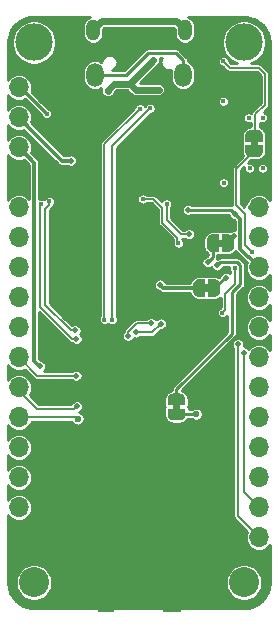
<source format=gbl>
G04 #@! TF.GenerationSoftware,KiCad,Pcbnew,(5.0.1-3-g963ef8bb5)*
G04 #@! TF.CreationDate,2019-02-28T22:02:17+01:00*
G04 #@! TF.ProjectId,TLM-breakout-v1,544C4D2D627265616B6F75742D76312E,1.0*
G04 #@! TF.SameCoordinates,Original*
G04 #@! TF.FileFunction,Copper,L2,Bot,Mixed*
G04 #@! TF.FilePolarity,Positive*
%FSLAX46Y46*%
G04 Gerber Fmt 4.6, Leading zero omitted, Abs format (unit mm)*
G04 Created by KiCad (PCBNEW (5.0.1-3-g963ef8bb5)) date 2019 February 28, Thursday 22:02:17*
%MOMM*%
%LPD*%
G01*
G04 APERTURE LIST*
G04 #@! TA.AperFunction,ComponentPad*
%ADD10O,1.450000X2.000000*%
G04 #@! TD*
G04 #@! TA.AperFunction,ComponentPad*
%ADD11O,1.150000X1.800000*%
G04 #@! TD*
G04 #@! TA.AperFunction,SMDPad,CuDef*
%ADD12C,0.500000*%
G04 #@! TD*
G04 #@! TA.AperFunction,Conductor*
%ADD13C,0.100000*%
G04 #@! TD*
G04 #@! TA.AperFunction,ComponentPad*
%ADD14C,3.175000*%
G04 #@! TD*
G04 #@! TA.AperFunction,ComponentPad*
%ADD15C,2.540000*%
G04 #@! TD*
G04 #@! TA.AperFunction,ComponentPad*
%ADD16O,1.700000X1.700000*%
G04 #@! TD*
G04 #@! TA.AperFunction,SMDPad,CuDef*
%ADD17R,1.350000X4.700000*%
G04 #@! TD*
G04 #@! TA.AperFunction,SMDPad,CuDef*
%ADD18R,1.500000X4.700000*%
G04 #@! TD*
G04 #@! TA.AperFunction,ViaPad*
%ADD19C,0.400000*%
G04 #@! TD*
G04 #@! TA.AperFunction,ViaPad*
%ADD20C,0.550000*%
G04 #@! TD*
G04 #@! TA.AperFunction,ViaPad*
%ADD21C,0.500000*%
G04 #@! TD*
G04 #@! TA.AperFunction,ViaPad*
%ADD22C,0.350000*%
G04 #@! TD*
G04 #@! TA.AperFunction,ViaPad*
%ADD23C,0.600000*%
G04 #@! TD*
G04 #@! TA.AperFunction,Conductor*
%ADD24C,0.250000*%
G04 #@! TD*
G04 #@! TA.AperFunction,Conductor*
%ADD25C,0.600000*%
G04 #@! TD*
G04 #@! TA.AperFunction,Conductor*
%ADD26C,0.300000*%
G04 #@! TD*
G04 #@! TA.AperFunction,Conductor*
%ADD27C,0.350000*%
G04 #@! TD*
G04 #@! TA.AperFunction,Conductor*
%ADD28C,0.200000*%
G04 #@! TD*
G04 #@! TA.AperFunction,Conductor*
%ADD29C,0.180000*%
G04 #@! TD*
G04 #@! TA.AperFunction,Conductor*
%ADD30C,0.152400*%
G04 #@! TD*
G04 #@! TA.AperFunction,Conductor*
%ADD31C,0.254000*%
G04 #@! TD*
G04 APERTURE END LIST*
D10*
G04 #@! TO.P,J4,6*
G04 #@! TO.N,Net-(C8-Pad2)*
X139615000Y-73859000D03*
X132165000Y-73859000D03*
D11*
X139765000Y-70059000D03*
X132015000Y-70059000D03*
G04 #@! TD*
D12*
G04 #@! TO.P,JP2,2*
G04 #@! TO.N,Net-(D4-Pad2)*
X142275000Y-91900000D03*
D13*
G04 #@! TD*
G04 #@! TO.N,Net-(D4-Pad2)*
G04 #@! TO.C,JP2*
G36*
X142275000Y-91150602D02*
X142299534Y-91150602D01*
X142348365Y-91155412D01*
X142396490Y-91164984D01*
X142443445Y-91179228D01*
X142488778Y-91198005D01*
X142532051Y-91221136D01*
X142572850Y-91248396D01*
X142610779Y-91279524D01*
X142645476Y-91314221D01*
X142676604Y-91352150D01*
X142703864Y-91392949D01*
X142726995Y-91436222D01*
X142745772Y-91481555D01*
X142760016Y-91528510D01*
X142769588Y-91576635D01*
X142774398Y-91625466D01*
X142774398Y-91650000D01*
X142775000Y-91650000D01*
X142775000Y-92150000D01*
X142774398Y-92150000D01*
X142774398Y-92174534D01*
X142769588Y-92223365D01*
X142760016Y-92271490D01*
X142745772Y-92318445D01*
X142726995Y-92363778D01*
X142703864Y-92407051D01*
X142676604Y-92447850D01*
X142645476Y-92485779D01*
X142610779Y-92520476D01*
X142572850Y-92551604D01*
X142532051Y-92578864D01*
X142488778Y-92601995D01*
X142443445Y-92620772D01*
X142396490Y-92635016D01*
X142348365Y-92644588D01*
X142299534Y-92649398D01*
X142275000Y-92649398D01*
X142275000Y-92650000D01*
X141775000Y-92650000D01*
X141775000Y-91150000D01*
X142275000Y-91150000D01*
X142275000Y-91150602D01*
X142275000Y-91150602D01*
G37*
D12*
G04 #@! TO.P,JP2,1*
G04 #@! TO.N,+3V3*
X140975000Y-91900000D03*
D13*
G04 #@! TD*
G04 #@! TO.N,+3V3*
G04 #@! TO.C,JP2*
G36*
X141475000Y-91600000D02*
X141875000Y-91600000D01*
X141875000Y-92200000D01*
X141475000Y-92200000D01*
X141475000Y-92650000D01*
X140975000Y-92650000D01*
X140975000Y-92649398D01*
X140950466Y-92649398D01*
X140901635Y-92644588D01*
X140853510Y-92635016D01*
X140806555Y-92620772D01*
X140761222Y-92601995D01*
X140717949Y-92578864D01*
X140677150Y-92551604D01*
X140639221Y-92520476D01*
X140604524Y-92485779D01*
X140573396Y-92447850D01*
X140546136Y-92407051D01*
X140523005Y-92363778D01*
X140504228Y-92318445D01*
X140489984Y-92271490D01*
X140480412Y-92223365D01*
X140475602Y-92174534D01*
X140475602Y-92150000D01*
X140475000Y-92150000D01*
X140475000Y-91650000D01*
X140475602Y-91650000D01*
X140475602Y-91625466D01*
X140480412Y-91576635D01*
X140489984Y-91528510D01*
X140504228Y-91481555D01*
X140523005Y-91436222D01*
X140546136Y-91392949D01*
X140573396Y-91352150D01*
X140604524Y-91314221D01*
X140639221Y-91279524D01*
X140677150Y-91248396D01*
X140717949Y-91221136D01*
X140761222Y-91198005D01*
X140806555Y-91179228D01*
X140853510Y-91164984D01*
X140901635Y-91155412D01*
X140950466Y-91150602D01*
X140975000Y-91150602D01*
X140975000Y-91150000D01*
X141475000Y-91150000D01*
X141475000Y-91600000D01*
X141475000Y-91600000D01*
G37*
D12*
G04 #@! TO.P,JP3,1*
G04 #@! TO.N,PA19_PWM_T0_W3*
X145640000Y-80300000D03*
D13*
G04 #@! TD*
G04 #@! TO.N,PA19_PWM_T0_W3*
G04 #@! TO.C,JP3*
G36*
X145340000Y-79800000D02*
X145340000Y-79400000D01*
X145940000Y-79400000D01*
X145940000Y-79800000D01*
X146390000Y-79800000D01*
X146390000Y-80300000D01*
X146389398Y-80300000D01*
X146389398Y-80324534D01*
X146384588Y-80373365D01*
X146375016Y-80421490D01*
X146360772Y-80468445D01*
X146341995Y-80513778D01*
X146318864Y-80557051D01*
X146291604Y-80597850D01*
X146260476Y-80635779D01*
X146225779Y-80670476D01*
X146187850Y-80701604D01*
X146147051Y-80728864D01*
X146103778Y-80751995D01*
X146058445Y-80770772D01*
X146011490Y-80785016D01*
X145963365Y-80794588D01*
X145914534Y-80799398D01*
X145890000Y-80799398D01*
X145890000Y-80800000D01*
X145390000Y-80800000D01*
X145390000Y-80799398D01*
X145365466Y-80799398D01*
X145316635Y-80794588D01*
X145268510Y-80785016D01*
X145221555Y-80770772D01*
X145176222Y-80751995D01*
X145132949Y-80728864D01*
X145092150Y-80701604D01*
X145054221Y-80670476D01*
X145019524Y-80635779D01*
X144988396Y-80597850D01*
X144961136Y-80557051D01*
X144938005Y-80513778D01*
X144919228Y-80468445D01*
X144904984Y-80421490D01*
X144895412Y-80373365D01*
X144890602Y-80324534D01*
X144890602Y-80300000D01*
X144890000Y-80300000D01*
X144890000Y-79800000D01*
X145340000Y-79800000D01*
X145340000Y-79800000D01*
G37*
D12*
G04 #@! TO.P,JP3,2*
G04 #@! TO.N,Net-(D5-Pad2)*
X145640000Y-79000000D03*
D13*
G04 #@! TD*
G04 #@! TO.N,Net-(D5-Pad2)*
G04 #@! TO.C,JP3*
G36*
X144890602Y-79000000D02*
X144890602Y-78975466D01*
X144895412Y-78926635D01*
X144904984Y-78878510D01*
X144919228Y-78831555D01*
X144938005Y-78786222D01*
X144961136Y-78742949D01*
X144988396Y-78702150D01*
X145019524Y-78664221D01*
X145054221Y-78629524D01*
X145092150Y-78598396D01*
X145132949Y-78571136D01*
X145176222Y-78548005D01*
X145221555Y-78529228D01*
X145268510Y-78514984D01*
X145316635Y-78505412D01*
X145365466Y-78500602D01*
X145390000Y-78500602D01*
X145390000Y-78500000D01*
X145890000Y-78500000D01*
X145890000Y-78500602D01*
X145914534Y-78500602D01*
X145963365Y-78505412D01*
X146011490Y-78514984D01*
X146058445Y-78529228D01*
X146103778Y-78548005D01*
X146147051Y-78571136D01*
X146187850Y-78598396D01*
X146225779Y-78629524D01*
X146260476Y-78664221D01*
X146291604Y-78702150D01*
X146318864Y-78742949D01*
X146341995Y-78786222D01*
X146360772Y-78831555D01*
X146375016Y-78878510D01*
X146384588Y-78926635D01*
X146389398Y-78975466D01*
X146389398Y-79000000D01*
X146390000Y-79000000D01*
X146390000Y-79500000D01*
X144890000Y-79500000D01*
X144890000Y-79000000D01*
X144890602Y-79000000D01*
X144890602Y-79000000D01*
G37*
D12*
G04 #@! TO.P,JP4,2*
G04 #@! TO.N,Net-(JP4-Pad2)*
X142125000Y-88100000D03*
D13*
G04 #@! TD*
G04 #@! TO.N,Net-(JP4-Pad2)*
G04 #@! TO.C,JP4*
G36*
X142125000Y-88849398D02*
X142100466Y-88849398D01*
X142051635Y-88844588D01*
X142003510Y-88835016D01*
X141956555Y-88820772D01*
X141911222Y-88801995D01*
X141867949Y-88778864D01*
X141827150Y-88751604D01*
X141789221Y-88720476D01*
X141754524Y-88685779D01*
X141723396Y-88647850D01*
X141696136Y-88607051D01*
X141673005Y-88563778D01*
X141654228Y-88518445D01*
X141639984Y-88471490D01*
X141630412Y-88423365D01*
X141625602Y-88374534D01*
X141625602Y-88350000D01*
X141625000Y-88350000D01*
X141625000Y-87850000D01*
X141625602Y-87850000D01*
X141625602Y-87825466D01*
X141630412Y-87776635D01*
X141639984Y-87728510D01*
X141654228Y-87681555D01*
X141673005Y-87636222D01*
X141696136Y-87592949D01*
X141723396Y-87552150D01*
X141754524Y-87514221D01*
X141789221Y-87479524D01*
X141827150Y-87448396D01*
X141867949Y-87421136D01*
X141911222Y-87398005D01*
X141956555Y-87379228D01*
X142003510Y-87364984D01*
X142051635Y-87355412D01*
X142100466Y-87350602D01*
X142125000Y-87350602D01*
X142125000Y-87350000D01*
X142625000Y-87350000D01*
X142625000Y-88850000D01*
X142125000Y-88850000D01*
X142125000Y-88849398D01*
X142125000Y-88849398D01*
G37*
D12*
G04 #@! TO.P,JP4,1*
G04 #@! TO.N,+BATT*
X143425000Y-88100000D03*
D13*
G04 #@! TD*
G04 #@! TO.N,+BATT*
G04 #@! TO.C,JP4*
G36*
X142925000Y-88400000D02*
X142525000Y-88400000D01*
X142525000Y-87800000D01*
X142925000Y-87800000D01*
X142925000Y-87350000D01*
X143425000Y-87350000D01*
X143425000Y-87350602D01*
X143449534Y-87350602D01*
X143498365Y-87355412D01*
X143546490Y-87364984D01*
X143593445Y-87379228D01*
X143638778Y-87398005D01*
X143682051Y-87421136D01*
X143722850Y-87448396D01*
X143760779Y-87479524D01*
X143795476Y-87514221D01*
X143826604Y-87552150D01*
X143853864Y-87592949D01*
X143876995Y-87636222D01*
X143895772Y-87681555D01*
X143910016Y-87728510D01*
X143919588Y-87776635D01*
X143924398Y-87825466D01*
X143924398Y-87850000D01*
X143925000Y-87850000D01*
X143925000Y-88350000D01*
X143924398Y-88350000D01*
X143924398Y-88374534D01*
X143919588Y-88423365D01*
X143910016Y-88471490D01*
X143895772Y-88518445D01*
X143876995Y-88563778D01*
X143853864Y-88607051D01*
X143826604Y-88647850D01*
X143795476Y-88685779D01*
X143760779Y-88720476D01*
X143722850Y-88751604D01*
X143682051Y-88778864D01*
X143638778Y-88801995D01*
X143593445Y-88820772D01*
X143546490Y-88835016D01*
X143498365Y-88844588D01*
X143449534Y-88849398D01*
X143425000Y-88849398D01*
X143425000Y-88850000D01*
X142925000Y-88850000D01*
X142925000Y-88400000D01*
X142925000Y-88400000D01*
G37*
D12*
G04 #@! TO.P,JP5,1*
G04 #@! TO.N,PA07_ADC7*
X139060000Y-102620000D03*
D13*
G04 #@! TD*
G04 #@! TO.N,PA07_ADC7*
G04 #@! TO.C,JP5*
G36*
X138760000Y-102120000D02*
X138760000Y-101720000D01*
X139360000Y-101720000D01*
X139360000Y-102120000D01*
X139810000Y-102120000D01*
X139810000Y-102620000D01*
X139809398Y-102620000D01*
X139809398Y-102644534D01*
X139804588Y-102693365D01*
X139795016Y-102741490D01*
X139780772Y-102788445D01*
X139761995Y-102833778D01*
X139738864Y-102877051D01*
X139711604Y-102917850D01*
X139680476Y-102955779D01*
X139645779Y-102990476D01*
X139607850Y-103021604D01*
X139567051Y-103048864D01*
X139523778Y-103071995D01*
X139478445Y-103090772D01*
X139431490Y-103105016D01*
X139383365Y-103114588D01*
X139334534Y-103119398D01*
X139310000Y-103119398D01*
X139310000Y-103120000D01*
X138810000Y-103120000D01*
X138810000Y-103119398D01*
X138785466Y-103119398D01*
X138736635Y-103114588D01*
X138688510Y-103105016D01*
X138641555Y-103090772D01*
X138596222Y-103071995D01*
X138552949Y-103048864D01*
X138512150Y-103021604D01*
X138474221Y-102990476D01*
X138439524Y-102955779D01*
X138408396Y-102917850D01*
X138381136Y-102877051D01*
X138358005Y-102833778D01*
X138339228Y-102788445D01*
X138324984Y-102741490D01*
X138315412Y-102693365D01*
X138310602Y-102644534D01*
X138310602Y-102620000D01*
X138310000Y-102620000D01*
X138310000Y-102120000D01*
X138760000Y-102120000D01*
X138760000Y-102120000D01*
G37*
D12*
G04 #@! TO.P,JP5,2*
G04 #@! TO.N,Net-(C9-Pad2)*
X139060000Y-101320000D03*
D13*
G04 #@! TD*
G04 #@! TO.N,Net-(C9-Pad2)*
G04 #@! TO.C,JP5*
G36*
X138310602Y-101320000D02*
X138310602Y-101295466D01*
X138315412Y-101246635D01*
X138324984Y-101198510D01*
X138339228Y-101151555D01*
X138358005Y-101106222D01*
X138381136Y-101062949D01*
X138408396Y-101022150D01*
X138439524Y-100984221D01*
X138474221Y-100949524D01*
X138512150Y-100918396D01*
X138552949Y-100891136D01*
X138596222Y-100868005D01*
X138641555Y-100849228D01*
X138688510Y-100834984D01*
X138736635Y-100825412D01*
X138785466Y-100820602D01*
X138810000Y-100820602D01*
X138810000Y-100820000D01*
X139310000Y-100820000D01*
X139310000Y-100820602D01*
X139334534Y-100820602D01*
X139383365Y-100825412D01*
X139431490Y-100834984D01*
X139478445Y-100849228D01*
X139523778Y-100868005D01*
X139567051Y-100891136D01*
X139607850Y-100918396D01*
X139645779Y-100949524D01*
X139680476Y-100984221D01*
X139711604Y-101022150D01*
X139738864Y-101062949D01*
X139761995Y-101106222D01*
X139780772Y-101151555D01*
X139795016Y-101198510D01*
X139804588Y-101246635D01*
X139809398Y-101295466D01*
X139809398Y-101320000D01*
X139810000Y-101320000D01*
X139810000Y-101820000D01*
X138310000Y-101820000D01*
X138310000Y-101320000D01*
X138310602Y-101320000D01*
X138310602Y-101320000D01*
G37*
D14*
G04 #@! TO.P,U6,*
G04 #@! TO.N,*
X127000000Y-71116000D03*
X144780000Y-71116000D03*
D15*
X144780000Y-116836000D03*
X127000000Y-116836000D03*
D16*
G04 #@! TO.P,U6,1*
G04 #@! TO.N,~RESET*
X125730000Y-74926000D03*
G04 #@! TO.P,U6,2*
G04 #@! TO.N,+3V3*
X125730000Y-77466000D03*
G04 #@! TO.P,U6,3*
G04 #@! TO.N,BACKUP_BATT*
X125730000Y-80006000D03*
G04 #@! TO.P,U6,4*
G04 #@! TO.N,GND*
X125730000Y-82546000D03*
G04 #@! TO.P,U6,5*
G04 #@! TO.N,PA19_PWM_T0_W3*
X125730000Y-85086000D03*
G04 #@! TO.P,U6,6*
G04 #@! TO.N,PA22_GPIO*
X125730000Y-87626000D03*
G04 #@! TO.P,U6,7*
G04 #@! TO.N,PA30_SWDCLK*
X125730000Y-90166000D03*
G04 #@! TO.P,U6,8*
G04 #@! TO.N,PA31_SWDIO*
X125730000Y-92706000D03*
G04 #@! TO.P,U6,9*
G04 #@! TO.N,PA28_GPIO*
X125730000Y-95246000D03*
G04 #@! TO.P,U6,10*
G04 #@! TO.N,PA23_S5_SPI_SS*
X125730000Y-97786000D03*
G04 #@! TO.P,U6,11*
G04 #@! TO.N,PB23_S5_SPI_SCK*
X125730000Y-100326000D03*
G04 #@! TO.P,U6,12*
G04 #@! TO.N,PB22_S5_SPI_MOSI*
X125730000Y-102866000D03*
G04 #@! TO.P,U6,13*
G04 #@! TO.N,PB02_S5_SPI_MISO*
X125730000Y-105406000D03*
G04 #@! TO.P,U6,14*
G04 #@! TO.N,PA05_S0_UART_RX*
X125730000Y-107946000D03*
G04 #@! TO.P,U6,15*
G04 #@! TO.N,PA04_S0_UART_TX*
X125730000Y-110486000D03*
G04 #@! TO.P,U6,16*
G04 #@! TO.N,GND*
X125730000Y-113026000D03*
G04 #@! TO.P,U6,17*
G04 #@! TO.N,PA16_S1_I2C_SDA*
X146050000Y-113026000D03*
G04 #@! TO.P,U6,18*
G04 #@! TO.N,PA17_S1_I2C_SCL*
X146050000Y-110486000D03*
G04 #@! TO.P,U6,19*
G04 #@! TO.N,PA06_ADC6*
X146050000Y-107946000D03*
G04 #@! TO.P,U6,20*
G04 #@! TO.N,PA27_GPIO*
X146050000Y-105406000D03*
G04 #@! TO.P,U6,21*
G04 #@! TO.N,PA07_ADC7*
X146050000Y-102866000D03*
G04 #@! TO.P,U6,22*
G04 #@! TO.N,PA08_GPIO*
X146050000Y-100326000D03*
G04 #@! TO.P,U6,23*
G04 #@! TO.N,PA18_PWM_T0_W2*
X146050000Y-97786000D03*
G04 #@! TO.P,U6,24*
G04 #@! TO.N,PA15_GPIO*
X146050000Y-95246000D03*
G04 #@! TO.P,U6,25*
G04 #@! TO.N,PA14_GPIO*
X146050000Y-92706000D03*
G04 #@! TO.P,U6,26*
G04 #@! TO.N,VBUS*
X146050000Y-90166000D03*
G04 #@! TO.P,U6,27*
G04 #@! TO.N,LDO_EN*
X146050000Y-87626000D03*
G04 #@! TO.P,U6,28*
G04 #@! TO.N,+BATT*
X146050000Y-85086000D03*
G04 #@! TD*
D17*
G04 #@! TO.P,J1,2*
G04 #@! TO.N,GND*
X133065000Y-116990000D03*
D18*
X138715000Y-116990000D03*
G04 #@! TD*
D19*
G04 #@! TO.N,*
X143020000Y-76100000D03*
X145180000Y-77500000D03*
X145250000Y-81770000D03*
X143060000Y-82980000D03*
X146370000Y-81770000D03*
X146350000Y-77480000D03*
D20*
G04 #@! TO.N,GND*
X140900000Y-106300000D03*
D21*
X128270000Y-110490000D03*
X128270000Y-111760000D03*
X128270000Y-113030000D03*
X128270000Y-114300000D03*
X129540000Y-114300000D03*
X129540000Y-115570000D03*
X129540000Y-116840000D03*
X129540000Y-118110000D03*
X129540000Y-113030000D03*
X129540000Y-111760000D03*
X129540000Y-110490000D03*
X130810000Y-110490000D03*
X130810000Y-111760000D03*
X130810000Y-113030000D03*
X135890000Y-110490000D03*
X137160000Y-110490000D03*
X139700000Y-110490000D03*
X139700000Y-113030000D03*
X138430000Y-113030000D03*
X137160000Y-113030000D03*
X142240000Y-115570000D03*
X142240000Y-116840000D03*
X142240000Y-118110000D03*
X144780000Y-114300000D03*
X143510000Y-107950000D03*
X143510000Y-109220000D03*
X142240000Y-109220000D03*
X142240000Y-107950000D03*
X140970000Y-107950000D03*
X140970000Y-109220000D03*
X139700000Y-109220000D03*
X139700000Y-107950000D03*
X138430000Y-107950000D03*
X138430000Y-109220000D03*
X137160000Y-109220000D03*
X137160000Y-107950000D03*
X135890000Y-107950000D03*
X135890000Y-109220000D03*
X134620000Y-107950000D03*
X130810000Y-107950000D03*
X129540000Y-109220000D03*
X128270000Y-109220000D03*
X129545602Y-107987410D03*
X133350000Y-113030000D03*
X132080000Y-111760000D03*
X132080000Y-113030000D03*
D22*
X134130000Y-110890000D03*
X134569200Y-111302800D03*
X135270000Y-111320000D03*
X136050000Y-111310000D03*
X136840000Y-111300000D03*
X137480000Y-111290000D03*
X138790000Y-111260000D03*
X139570000Y-111270000D03*
X140430000Y-111280000D03*
X135128000Y-112776000D03*
X134518400Y-112760000D03*
X133930000Y-112700000D03*
X133390000Y-112360000D03*
X132860000Y-111860000D03*
X132360000Y-111250000D03*
X135255000Y-114300000D03*
X134620000Y-114300000D03*
X134620000Y-114935000D03*
X134620000Y-115570000D03*
X136525000Y-114300000D03*
X137160000Y-114350800D03*
X137160000Y-114935000D03*
X137160000Y-115570000D03*
X137160000Y-116205000D03*
X137160000Y-116840000D03*
X137160000Y-117475000D03*
X137160000Y-118110000D03*
X137160000Y-118745000D03*
X134620000Y-118745000D03*
X134620000Y-118110000D03*
X134620000Y-117475000D03*
X134620000Y-116840000D03*
X134620000Y-116205000D03*
X136652000Y-112776000D03*
X132080000Y-110744000D03*
X133731000Y-110617000D03*
D21*
X139700000Y-106680000D03*
X138430000Y-106680000D03*
X138430000Y-106680000D03*
X138430000Y-106680000D03*
X135890000Y-106680000D03*
X134620000Y-106680000D03*
X133350000Y-106680000D03*
X133350000Y-107950000D03*
X132080000Y-107950000D03*
X132080000Y-106680000D03*
X132080000Y-105410000D03*
X133350000Y-105410000D03*
X134620000Y-105410000D03*
X135890000Y-105410000D03*
X137160000Y-105410000D03*
X137160000Y-106680000D03*
X138430000Y-105410000D03*
X138430000Y-105410000D03*
X138430000Y-105410000D03*
X139700000Y-105410000D03*
X139700000Y-104140000D03*
X138430000Y-104140000D03*
X137160000Y-104140000D03*
X135890000Y-104140000D03*
X134620000Y-104140000D03*
X134620000Y-104140000D03*
X134620000Y-104140000D03*
X132080000Y-104140000D03*
X127000000Y-111760000D03*
X127000000Y-114300000D03*
X133350000Y-104140000D03*
D23*
X130900000Y-106300000D03*
D21*
X134620000Y-101600000D03*
X132080000Y-101600000D03*
X137160000Y-102870000D03*
X137160000Y-101600000D03*
X135890000Y-102870000D03*
X134620000Y-102870000D03*
X133350000Y-102870000D03*
X133350000Y-101600000D03*
X135890000Y-101600000D03*
X132080000Y-102870000D03*
X140130000Y-86450000D03*
X136310000Y-86460000D03*
X137260000Y-86450000D03*
X135300002Y-86450000D03*
X139300000Y-86450000D03*
X139725000Y-89050000D03*
X142339723Y-86491947D03*
X143180000Y-90360000D03*
D19*
X134140000Y-76710000D03*
X128848044Y-77072883D03*
X134260000Y-90100000D03*
X134175000Y-89370000D03*
X134075000Y-88100000D03*
X125190000Y-73040000D03*
X128640000Y-72730000D03*
X128720000Y-69560000D03*
X127030000Y-74540000D03*
X126410000Y-76270000D03*
X129427590Y-79517410D03*
D21*
X137930000Y-77320000D03*
X139440000Y-77310000D03*
X141150000Y-75400000D03*
X142500000Y-74740000D03*
D19*
X130620000Y-74890000D03*
X130470000Y-75800000D03*
X130580000Y-76700000D03*
X134140000Y-77590000D03*
X130190000Y-93620000D03*
X131600000Y-94840000D03*
D21*
X137160000Y-99695000D03*
X135890000Y-99695000D03*
X134620000Y-99695000D03*
X133350000Y-99695000D03*
X138430000Y-99695000D03*
X140970000Y-100330000D03*
X140970000Y-104775000D03*
X138430000Y-98425000D03*
X138430000Y-97155000D03*
X138430000Y-95885000D03*
X139700000Y-95885000D03*
X139700000Y-97155000D03*
X139700000Y-98425000D03*
X140970000Y-97155000D03*
X140970000Y-95885000D03*
X137160000Y-97155000D03*
X137160000Y-98425000D03*
X135890000Y-98425000D03*
X135890000Y-97155000D03*
X134620000Y-98425000D03*
X133350000Y-97155000D03*
X132080000Y-97155000D03*
X132080000Y-98425000D03*
X130810000Y-97155000D03*
X130810000Y-98425000D03*
X137160000Y-81788000D03*
X138684000Y-81788000D03*
X140208000Y-81788000D03*
X140208000Y-83312000D03*
X138684000Y-83312000D03*
X141732000Y-79248000D03*
X141732000Y-77724000D03*
X141732000Y-76200000D03*
X138684000Y-76200000D03*
X143256000Y-79248000D03*
X143256000Y-77724000D03*
X143256000Y-80772000D03*
X133096000Y-71628000D03*
X134620000Y-70612000D03*
X137668000Y-70612000D03*
D19*
X136550400Y-113741200D03*
X135229600Y-113690400D03*
X130810000Y-114096800D03*
X132130800Y-114096800D03*
X133350000Y-114147600D03*
X138430000Y-114147600D03*
X139700000Y-114147600D03*
X140360400Y-115519200D03*
X140360400Y-116382800D03*
X140360400Y-117500400D03*
X140360400Y-118618000D03*
X131470400Y-118770400D03*
X131470400Y-117449600D03*
X131521200Y-116230400D03*
X131521200Y-115062000D03*
X140512800Y-113030000D03*
X141325600Y-113080800D03*
X141325600Y-110794800D03*
X128240000Y-81220000D03*
X128230000Y-82150000D03*
X127190000Y-80190000D03*
X126420000Y-83800000D03*
X134230000Y-85580000D03*
X134230000Y-86600000D03*
X132230000Y-91590000D03*
X130700000Y-100360000D03*
X130930000Y-104760000D03*
D22*
X127317500Y-100901500D03*
D21*
G04 #@! TO.N,+BATT*
X143918979Y-87520800D03*
G04 #@! TO.N,VBUS*
X140060000Y-85280000D03*
X144037410Y-85649807D03*
G04 #@! TO.N,+3V3*
X137675000Y-91625000D03*
X130130000Y-81110000D03*
G04 #@! TO.N,Net-(C6-Pad1)*
X137100000Y-72600000D03*
X137550000Y-75100000D03*
X133750000Y-74600000D03*
X133250000Y-75199986D03*
G04 #@! TO.N,Net-(C9-Pad2)*
X142516896Y-89986963D03*
G04 #@! TO.N,Net-(D2-Pad1)*
X140120000Y-87350000D03*
D19*
X138240000Y-84760000D03*
D21*
G04 #@! TO.N,Net-(D4-Pad2)*
X143244560Y-91041312D03*
D19*
G04 #@! TO.N,Net-(D5-Pad2)*
X143030000Y-72720000D03*
G04 #@! TO.N,USB_N*
X135970000Y-76710000D03*
X132960000Y-94570000D03*
G04 #@! TO.N,USB_P*
X136820000Y-76690000D03*
X133620000Y-94570000D03*
G04 #@! TO.N,~RESET*
X128070000Y-77142598D03*
D21*
G04 #@! TO.N,PA19_PWM_T0_W3*
X137760000Y-94910000D03*
X130511910Y-95494394D03*
D19*
X142961496Y-93978512D03*
X143979129Y-90185979D03*
X145460000Y-88870000D03*
X128292590Y-84559998D03*
D21*
X135660000Y-95660000D03*
G04 #@! TO.N,Net-(JP4-Pad2)*
X141706280Y-89731112D03*
D20*
G04 #@! TO.N,PA07_ADC7*
X140750000Y-102590000D03*
D19*
G04 #@! TO.N,LDO_EN*
X136220000Y-84370000D03*
X139230000Y-88120000D03*
D21*
G04 #@! TO.N,BACKUP_BATT*
X127512410Y-98545656D03*
G04 #@! TO.N,PA23_S5_SPI_SS*
X130590000Y-99320000D03*
G04 #@! TO.N,PA22_GPIO*
X130600000Y-96220000D03*
D19*
X127622982Y-84809811D03*
D21*
X136940000Y-94890000D03*
X134980000Y-95960000D03*
G04 #@! TO.N,PA16_S1_I2C_SDA*
X144265835Y-96663857D03*
G04 #@! TO.N,PA17_S1_I2C_SCL*
X144772410Y-97380000D03*
G04 #@! TO.N,PB23_S5_SPI_SCK*
X130620000Y-101930000D03*
D23*
G04 #@! TO.N,PB22_S5_SPI_MOSI*
X130700000Y-102970000D03*
G04 #@! TD*
D24*
G04 #@! TO.N,GND*
X126410000Y-76270000D02*
X128480000Y-78340000D01*
X128480000Y-78569820D02*
X129427590Y-79517410D01*
X128480000Y-78340000D02*
X128480000Y-78569820D01*
D25*
G04 #@! TO.N,+BATT*
X146050000Y-85086000D02*
X145386000Y-85086000D01*
D26*
X143425000Y-88100000D02*
X143949774Y-87575226D01*
X143949774Y-87575226D02*
X143949774Y-87551595D01*
X143949774Y-87551595D02*
X143918979Y-87520800D01*
D24*
G04 #@! TO.N,VBUS*
X140060000Y-85280000D02*
X143667603Y-85280000D01*
X143667603Y-85280000D02*
X143787411Y-85399808D01*
X143787411Y-85399808D02*
X144037410Y-85649807D01*
D26*
X145162445Y-89316001D02*
X144471389Y-88624945D01*
X146050000Y-90166000D02*
X145200001Y-89316001D01*
X144471389Y-88624945D02*
X144471389Y-86083786D01*
X144471389Y-86083786D02*
X144287409Y-85899806D01*
X145200001Y-89316001D02*
X145162445Y-89316001D01*
X144287409Y-85899806D02*
X144037410Y-85649807D01*
G04 #@! TO.N,+3V3*
X137950000Y-91900000D02*
X137675000Y-91625000D01*
X140975000Y-91900000D02*
X137950000Y-91900000D01*
D27*
X129374000Y-81110000D02*
X126579999Y-78315999D01*
X130130000Y-81110000D02*
X129374000Y-81110000D01*
X126579999Y-78315999D02*
X125730000Y-77466000D01*
D25*
G04 #@! TO.N,Net-(C6-Pad1)*
X133250000Y-75100000D02*
X133750000Y-74600000D01*
X133250000Y-75199986D02*
X133250000Y-75100000D01*
X135100000Y-74600000D02*
X137100000Y-72600000D01*
X133750000Y-74600000D02*
X135100000Y-74600000D01*
X135600000Y-75100000D02*
X135100000Y-74600000D01*
X137550000Y-75100000D02*
X135600000Y-75100000D01*
D27*
G04 #@! TO.N,Net-(C8-Pad2)*
X139615000Y-70209000D02*
X139765000Y-70059000D01*
X132165000Y-70209000D02*
X132015000Y-70059000D01*
D25*
X139765000Y-70005000D02*
X139765000Y-70059000D01*
X139050000Y-69290000D02*
X139765000Y-70005000D01*
X132015000Y-69995000D02*
X132720000Y-69290000D01*
X132720000Y-69290000D02*
X139050000Y-69290000D01*
X132015000Y-70059000D02*
X132015000Y-69995000D01*
D24*
X139615000Y-72609000D02*
X139615000Y-73859000D01*
X139016000Y-72010000D02*
X139615000Y-72609000D01*
X136651000Y-72010000D02*
X139016000Y-72010000D01*
X134802000Y-73859000D02*
X136651000Y-72010000D01*
X132165000Y-73859000D02*
X134802000Y-73859000D01*
G04 #@! TO.N,Net-(C9-Pad2)*
X139060000Y-101320000D02*
X139060000Y-100480755D01*
X139060000Y-100480755D02*
X143771961Y-95768794D01*
X142795282Y-89708577D02*
X142766895Y-89736964D01*
X143771961Y-95768794D02*
X143771961Y-92279614D01*
X143771961Y-92279614D02*
X144456531Y-91595044D01*
X144456531Y-89956825D02*
X144208283Y-89708577D01*
X144456531Y-91595044D02*
X144456531Y-89956825D01*
X144208283Y-89708577D02*
X142795282Y-89708577D01*
X142766895Y-89736964D02*
X142516896Y-89986963D01*
D28*
G04 #@! TO.N,Net-(D2-Pad1)*
X140120000Y-87350000D02*
X139464726Y-87350000D01*
X139464726Y-87350000D02*
X138240000Y-86125274D01*
X138240000Y-86125274D02*
X138240000Y-85042842D01*
X138240000Y-85042842D02*
X138240000Y-84760000D01*
D24*
G04 #@! TO.N,Net-(D4-Pad2)*
X142275000Y-91900000D02*
X143133688Y-91041312D01*
X143133688Y-91041312D02*
X143244560Y-91041312D01*
D29*
G04 #@! TO.N,Net-(D5-Pad2)*
X143560000Y-73250000D02*
X143030000Y-72720000D01*
X146020000Y-73250000D02*
X143560000Y-73250000D01*
X146560000Y-73790000D02*
X146020000Y-73250000D01*
X145732500Y-77207500D02*
X146560000Y-76380000D01*
X146560000Y-76380000D02*
X146560000Y-73790000D01*
X145732500Y-78907500D02*
X145732500Y-77207500D01*
X145640000Y-79000000D02*
X145732500Y-78907500D01*
D28*
G04 #@! TO.N,USB_N*
X132955097Y-79724903D02*
X135970000Y-76710000D01*
X132955097Y-93924748D02*
X132955097Y-79724903D01*
X132960000Y-94570000D02*
X132955097Y-93924748D01*
G04 #@! TO.N,USB_P*
X133615000Y-79895000D02*
X136820000Y-76690000D01*
X133615000Y-93924748D02*
X133615000Y-79895000D01*
X133620000Y-94570000D02*
X133615000Y-93924748D01*
D24*
G04 #@! TO.N,~RESET*
X125853402Y-74926000D02*
X125730000Y-74926000D01*
X128070000Y-77142598D02*
X125853402Y-74926000D01*
D30*
G04 #@! TO.N,PA19_PWM_T0_W3*
X143979129Y-91572366D02*
X143161495Y-92390000D01*
X143979129Y-90185979D02*
X143979129Y-91572366D01*
X143161495Y-92390000D02*
X143161495Y-93778513D01*
X143161495Y-93778513D02*
X142961496Y-93978512D01*
D28*
X137010000Y-95660000D02*
X136013553Y-95660000D01*
X137760000Y-94910000D02*
X137010000Y-95660000D01*
X136013553Y-95660000D02*
X135660000Y-95660000D01*
D30*
X144850000Y-85600000D02*
X144850000Y-88260000D01*
X144140000Y-84890000D02*
X144850000Y-85600000D01*
X144140000Y-81800000D02*
X144140000Y-84890000D01*
X144850000Y-88260000D02*
X145460000Y-88870000D01*
X145640000Y-80300000D02*
X144140000Y-81800000D01*
D28*
X127952500Y-85182930D02*
X128292590Y-84842840D01*
X127952500Y-93345000D02*
X127952500Y-85182930D01*
X128292590Y-84842840D02*
X128292590Y-84559998D01*
X130101894Y-95494394D02*
X127952500Y-93345000D01*
X130511910Y-95494394D02*
X130101894Y-95494394D01*
D24*
G04 #@! TO.N,Net-(JP4-Pad2)*
X142125000Y-89312392D02*
X141956279Y-89481113D01*
X141956279Y-89481113D02*
X141706280Y-89731112D01*
X142125000Y-88100000D02*
X142125000Y-89312392D01*
G04 #@! TO.N,PA07_ADC7*
X139090000Y-102590000D02*
X139060000Y-102620000D01*
X140750000Y-102590000D02*
X139090000Y-102590000D01*
D30*
G04 #@! TO.N,LDO_EN*
X139110000Y-88000000D02*
X139230000Y-88120000D01*
X136220000Y-84370000D02*
X137100400Y-84370000D01*
X137880000Y-85149600D02*
X137880000Y-86410000D01*
X139110000Y-87640000D02*
X139110000Y-88000000D01*
X137880000Y-86410000D02*
X139110000Y-87640000D01*
X137100400Y-84370000D02*
X137880000Y-85149600D01*
D26*
G04 #@! TO.N,BACKUP_BATT*
X127262411Y-98295657D02*
X127512410Y-98545656D01*
X127025178Y-98058424D02*
X127262411Y-98295657D01*
X127025178Y-81301178D02*
X127025178Y-98058424D01*
X125730000Y-80006000D02*
X127025178Y-81301178D01*
D28*
G04 #@! TO.N,PA23_S5_SPI_SS*
X127264000Y-99320000D02*
X130236447Y-99320000D01*
X125730000Y-97786000D02*
X127264000Y-99320000D01*
X130236447Y-99320000D02*
X130590000Y-99320000D01*
G04 #@! TO.N,PA22_GPIO*
X127497589Y-93471142D02*
X127497589Y-84935204D01*
X127497589Y-84935204D02*
X127622982Y-84809811D01*
X130246447Y-96220000D02*
X127497589Y-93471142D01*
X130600000Y-96220000D02*
X130246447Y-96220000D01*
X136940000Y-94890000D02*
X135696447Y-94890000D01*
X134980000Y-95606447D02*
X134980000Y-95960000D01*
X135696447Y-94890000D02*
X134980000Y-95606447D01*
G04 #@! TO.N,PA16_S1_I2C_SDA*
X144270000Y-96668022D02*
X144265835Y-96663857D01*
X144270000Y-111246000D02*
X144270000Y-96668022D01*
X146050000Y-113026000D02*
X144270000Y-111246000D01*
G04 #@! TO.N,PA17_S1_I2C_SCL*
X146050000Y-110486000D02*
X144772410Y-109208410D01*
X144772410Y-97733553D02*
X144772410Y-97380000D01*
X144772410Y-109208410D02*
X144772410Y-97733553D01*
D29*
G04 #@! TO.N,PB23_S5_SPI_SCK*
X130430000Y-102120000D02*
X130620000Y-101930000D01*
X127266000Y-102120000D02*
X130430000Y-102120000D01*
X125730000Y-100584000D02*
X127266000Y-102120000D01*
X125730000Y-100326000D02*
X125730000Y-100584000D01*
D28*
G04 #@! TO.N,PB22_S5_SPI_MOSI*
X130596000Y-102866000D02*
X130700000Y-102970000D01*
X125730000Y-102866000D02*
X130596000Y-102866000D01*
G04 #@! TD*
D31*
G04 #@! TO.N,GND*
G36*
X131686454Y-68940818D02*
X131538025Y-69020155D01*
X131407926Y-69126925D01*
X131301156Y-69257024D01*
X131221819Y-69405453D01*
X131172962Y-69566508D01*
X131160600Y-69692025D01*
X131160600Y-70425974D01*
X131172962Y-70551491D01*
X131221818Y-70712546D01*
X131301155Y-70860975D01*
X131407925Y-70991075D01*
X131538024Y-71097845D01*
X131686453Y-71177182D01*
X131847508Y-71226038D01*
X132015000Y-71242534D01*
X132182491Y-71226038D01*
X132343546Y-71177182D01*
X132491975Y-71097845D01*
X132622075Y-70991075D01*
X132728845Y-70860976D01*
X132808182Y-70712547D01*
X132857038Y-70551492D01*
X132869400Y-70425975D01*
X132869400Y-69959995D01*
X132959995Y-69869400D01*
X138810005Y-69869400D01*
X138910600Y-69969995D01*
X138910600Y-70425974D01*
X138922962Y-70551491D01*
X138971818Y-70712546D01*
X139051155Y-70860975D01*
X139157925Y-70991075D01*
X139288024Y-71097845D01*
X139436453Y-71177182D01*
X139597508Y-71226038D01*
X139765000Y-71242534D01*
X139932491Y-71226038D01*
X140093546Y-71177182D01*
X140241975Y-71097845D01*
X140372075Y-70991075D01*
X140478845Y-70860976D01*
X140558182Y-70712547D01*
X140607038Y-70551492D01*
X140619400Y-70425975D01*
X140619400Y-69692025D01*
X140607038Y-69566508D01*
X140558182Y-69405453D01*
X140478845Y-69257024D01*
X140372075Y-69126925D01*
X140241976Y-69020155D01*
X140093547Y-68940818D01*
X140064478Y-68932000D01*
X144762785Y-68932000D01*
X145077992Y-68962907D01*
X145575363Y-69087249D01*
X145613140Y-69098655D01*
X145808059Y-69202295D01*
X146359796Y-69616097D01*
X146592535Y-69897431D01*
X146795480Y-70272769D01*
X146921657Y-70680381D01*
X146968000Y-71121308D01*
X146968000Y-84424304D01*
X146852470Y-84283530D01*
X146680497Y-84142395D01*
X146484294Y-84037522D01*
X146271401Y-83972942D01*
X146105477Y-83956600D01*
X145994523Y-83956600D01*
X145828599Y-83972942D01*
X145615706Y-84037522D01*
X145419503Y-84142395D01*
X145247530Y-84283530D01*
X145106395Y-84455503D01*
X145001522Y-84651706D01*
X145001405Y-84652092D01*
X144974320Y-84674320D01*
X144901916Y-84762545D01*
X144848115Y-84863201D01*
X144814984Y-84972418D01*
X144806944Y-85054050D01*
X144495600Y-84742707D01*
X144495600Y-81947293D01*
X144783137Y-81659757D01*
X144770600Y-81722783D01*
X144770600Y-81817217D01*
X144789023Y-81909836D01*
X144825161Y-81997081D01*
X144877625Y-82075600D01*
X144944400Y-82142375D01*
X145022919Y-82194839D01*
X145110164Y-82230977D01*
X145202783Y-82249400D01*
X145297217Y-82249400D01*
X145389836Y-82230977D01*
X145477081Y-82194839D01*
X145555600Y-82142375D01*
X145622375Y-82075600D01*
X145674839Y-81997081D01*
X145710977Y-81909836D01*
X145729400Y-81817217D01*
X145729400Y-81722783D01*
X145890600Y-81722783D01*
X145890600Y-81817217D01*
X145909023Y-81909836D01*
X145945161Y-81997081D01*
X145997625Y-82075600D01*
X146064400Y-82142375D01*
X146142919Y-82194839D01*
X146230164Y-82230977D01*
X146322783Y-82249400D01*
X146417217Y-82249400D01*
X146509836Y-82230977D01*
X146597081Y-82194839D01*
X146675600Y-82142375D01*
X146742375Y-82075600D01*
X146794839Y-81997081D01*
X146830977Y-81909836D01*
X146849400Y-81817217D01*
X146849400Y-81722783D01*
X146830977Y-81630164D01*
X146794839Y-81542919D01*
X146742375Y-81464400D01*
X146675600Y-81397625D01*
X146597081Y-81345161D01*
X146509836Y-81309023D01*
X146417217Y-81290600D01*
X146322783Y-81290600D01*
X146230164Y-81309023D01*
X146142919Y-81345161D01*
X146064400Y-81397625D01*
X145997625Y-81464400D01*
X145945161Y-81542919D01*
X145909023Y-81630164D01*
X145890600Y-81722783D01*
X145729400Y-81722783D01*
X145710977Y-81630164D01*
X145674839Y-81542919D01*
X145622375Y-81464400D01*
X145555600Y-81397625D01*
X145477081Y-81345161D01*
X145389836Y-81309023D01*
X145297217Y-81290600D01*
X145202783Y-81290600D01*
X145139757Y-81303137D01*
X145364550Y-81078344D01*
X145365553Y-81078344D01*
X145390000Y-81080752D01*
X145890000Y-81080752D01*
X145914447Y-81078344D01*
X145939009Y-81078344D01*
X145993781Y-81072949D01*
X146089914Y-81053827D01*
X146142580Y-81037852D01*
X146233136Y-81000343D01*
X146281676Y-80974398D01*
X146363175Y-80919942D01*
X146405719Y-80885027D01*
X146475027Y-80815719D01*
X146509942Y-80773175D01*
X146564398Y-80691676D01*
X146590343Y-80643136D01*
X146627852Y-80552580D01*
X146643827Y-80499914D01*
X146662949Y-80403781D01*
X146668344Y-80349009D01*
X146668344Y-80324447D01*
X146670752Y-80300000D01*
X146670752Y-79800000D01*
X146665357Y-79745228D01*
X146649381Y-79692561D01*
X146626632Y-79650000D01*
X146649381Y-79607439D01*
X146665357Y-79554772D01*
X146670752Y-79500000D01*
X146670752Y-79000000D01*
X146668344Y-78975553D01*
X146668344Y-78950991D01*
X146662949Y-78896219D01*
X146643827Y-78800086D01*
X146627852Y-78747420D01*
X146590343Y-78656864D01*
X146564398Y-78608324D01*
X146509942Y-78526825D01*
X146475027Y-78484281D01*
X146405719Y-78414973D01*
X146363175Y-78380058D01*
X146281676Y-78325602D01*
X146233136Y-78299657D01*
X146142580Y-78262148D01*
X146101900Y-78249809D01*
X146101900Y-77890795D01*
X146122919Y-77904839D01*
X146210164Y-77940977D01*
X146302783Y-77959400D01*
X146397217Y-77959400D01*
X146489836Y-77940977D01*
X146577081Y-77904839D01*
X146655600Y-77852375D01*
X146722375Y-77785600D01*
X146774839Y-77707081D01*
X146810977Y-77619836D01*
X146829400Y-77527217D01*
X146829400Y-77432783D01*
X146810977Y-77340164D01*
X146774839Y-77252919D01*
X146722375Y-77174400D01*
X146655600Y-77107625D01*
X146577081Y-77055161D01*
X146489836Y-77019023D01*
X146451093Y-77011317D01*
X146808378Y-76654033D01*
X146822469Y-76642469D01*
X146834035Y-76628376D01*
X146868631Y-76586221D01*
X146902932Y-76522047D01*
X146910167Y-76498197D01*
X146924055Y-76452415D01*
X146929400Y-76398144D01*
X146929400Y-76398142D01*
X146931187Y-76380000D01*
X146929400Y-76361858D01*
X146929400Y-73808133D01*
X146931186Y-73789999D01*
X146929400Y-73771865D01*
X146929400Y-73771856D01*
X146924055Y-73717585D01*
X146902932Y-73647953D01*
X146868631Y-73583780D01*
X146822469Y-73527531D01*
X146808372Y-73515962D01*
X146294042Y-73001633D01*
X146282469Y-72987531D01*
X146226220Y-72941369D01*
X146162047Y-72907068D01*
X146092415Y-72885945D01*
X146038144Y-72880600D01*
X146038142Y-72880600D01*
X146020000Y-72878813D01*
X146001858Y-72880600D01*
X145398324Y-72880600D01*
X145664309Y-72770425D01*
X145970079Y-72566116D01*
X146230116Y-72306079D01*
X146434425Y-72000309D01*
X146575156Y-71660555D01*
X146646900Y-71299874D01*
X146646900Y-70932126D01*
X146575156Y-70571445D01*
X146434425Y-70231691D01*
X146230116Y-69925921D01*
X145970079Y-69665884D01*
X145664309Y-69461575D01*
X145324555Y-69320844D01*
X144963874Y-69249100D01*
X144596126Y-69249100D01*
X144235445Y-69320844D01*
X143895691Y-69461575D01*
X143589921Y-69665884D01*
X143329884Y-69925921D01*
X143125575Y-70231691D01*
X142984844Y-70571445D01*
X142913100Y-70932126D01*
X142913100Y-71299874D01*
X142984844Y-71660555D01*
X143125575Y-72000309D01*
X143329884Y-72306079D01*
X143589921Y-72566116D01*
X143895691Y-72770425D01*
X144161676Y-72880600D01*
X143713010Y-72880600D01*
X143509400Y-72676991D01*
X143509400Y-72672783D01*
X143490977Y-72580164D01*
X143454839Y-72492919D01*
X143402375Y-72414400D01*
X143335600Y-72347625D01*
X143257081Y-72295161D01*
X143169836Y-72259023D01*
X143077217Y-72240600D01*
X142982783Y-72240600D01*
X142890164Y-72259023D01*
X142802919Y-72295161D01*
X142724400Y-72347625D01*
X142657625Y-72414400D01*
X142605161Y-72492919D01*
X142569023Y-72580164D01*
X142550600Y-72672783D01*
X142550600Y-72767217D01*
X142569023Y-72859836D01*
X142605161Y-72947081D01*
X142657625Y-73025600D01*
X142724400Y-73092375D01*
X142802919Y-73144839D01*
X142890164Y-73180977D01*
X142982783Y-73199400D01*
X142986991Y-73199400D01*
X143285962Y-73498372D01*
X143297531Y-73512469D01*
X143353780Y-73558631D01*
X143417953Y-73592932D01*
X143487585Y-73614055D01*
X143541856Y-73619400D01*
X143541857Y-73619400D01*
X143559999Y-73621187D01*
X143578141Y-73619400D01*
X145866991Y-73619400D01*
X146190601Y-73943011D01*
X146190600Y-76226989D01*
X145484129Y-76933462D01*
X145470032Y-76945031D01*
X145435514Y-76987092D01*
X145423870Y-77001280D01*
X145389569Y-77065453D01*
X145388908Y-77067633D01*
X145319836Y-77039023D01*
X145227217Y-77020600D01*
X145132783Y-77020600D01*
X145040164Y-77039023D01*
X144952919Y-77075161D01*
X144874400Y-77127625D01*
X144807625Y-77194400D01*
X144755161Y-77272919D01*
X144719023Y-77360164D01*
X144700600Y-77452783D01*
X144700600Y-77547217D01*
X144719023Y-77639836D01*
X144755161Y-77727081D01*
X144807625Y-77805600D01*
X144874400Y-77872375D01*
X144952919Y-77924839D01*
X145040164Y-77960977D01*
X145132783Y-77979400D01*
X145227217Y-77979400D01*
X145319836Y-77960977D01*
X145363101Y-77943056D01*
X145363100Y-78221656D01*
X145340991Y-78221656D01*
X145286219Y-78227051D01*
X145190086Y-78246173D01*
X145137420Y-78262148D01*
X145046864Y-78299657D01*
X144998324Y-78325602D01*
X144916825Y-78380058D01*
X144874281Y-78414973D01*
X144804973Y-78484281D01*
X144770058Y-78526825D01*
X144715602Y-78608324D01*
X144689657Y-78656864D01*
X144652148Y-78747420D01*
X144636173Y-78800086D01*
X144617051Y-78896219D01*
X144611656Y-78950991D01*
X144611656Y-78975553D01*
X144609248Y-79000000D01*
X144609248Y-79500000D01*
X144614643Y-79554772D01*
X144630619Y-79607439D01*
X144653368Y-79650000D01*
X144630619Y-79692561D01*
X144614643Y-79745228D01*
X144609248Y-79800000D01*
X144609248Y-80300000D01*
X144611656Y-80324447D01*
X144611656Y-80349009D01*
X144617051Y-80403781D01*
X144636173Y-80499914D01*
X144652148Y-80552580D01*
X144689657Y-80643136D01*
X144715602Y-80691676D01*
X144727549Y-80709556D01*
X143900901Y-81536206D01*
X143887337Y-81547338D01*
X143842899Y-81601485D01*
X143809879Y-81663261D01*
X143789546Y-81730291D01*
X143784400Y-81782538D01*
X143784400Y-81782545D01*
X143782681Y-81800000D01*
X143784400Y-81817456D01*
X143784401Y-84872535D01*
X143782681Y-84890000D01*
X143782916Y-84892384D01*
X143746879Y-84881452D01*
X143687463Y-84875600D01*
X143687455Y-84875600D01*
X143667603Y-84873645D01*
X143647751Y-84875600D01*
X140404285Y-84875600D01*
X140397473Y-84868788D01*
X140310765Y-84810851D01*
X140214420Y-84770944D01*
X140112141Y-84750600D01*
X140007859Y-84750600D01*
X139905580Y-84770944D01*
X139809235Y-84810851D01*
X139722527Y-84868788D01*
X139648788Y-84942527D01*
X139590851Y-85029235D01*
X139550944Y-85125580D01*
X139530600Y-85227859D01*
X139530600Y-85332141D01*
X139550944Y-85434420D01*
X139590851Y-85530765D01*
X139648788Y-85617473D01*
X139722527Y-85691212D01*
X139809235Y-85749149D01*
X139905580Y-85789056D01*
X140007859Y-85809400D01*
X140112141Y-85809400D01*
X140214420Y-85789056D01*
X140310765Y-85749149D01*
X140397473Y-85691212D01*
X140404285Y-85684400D01*
X143500096Y-85684400D01*
X143508010Y-85692314D01*
X143508010Y-85701948D01*
X143528354Y-85804227D01*
X143568261Y-85900572D01*
X143626198Y-85987280D01*
X143699937Y-86061019D01*
X143786645Y-86118956D01*
X143882990Y-86158863D01*
X143953162Y-86172821D01*
X144041990Y-86261649D01*
X144041990Y-87005496D01*
X143971120Y-86991400D01*
X143866838Y-86991400D01*
X143764559Y-87011744D01*
X143668214Y-87051651D01*
X143606935Y-87092597D01*
X143528781Y-87077051D01*
X143474009Y-87071656D01*
X143449447Y-87071656D01*
X143425000Y-87069248D01*
X142925000Y-87069248D01*
X142870228Y-87074643D01*
X142817561Y-87090619D01*
X142775000Y-87113368D01*
X142732439Y-87090619D01*
X142679772Y-87074643D01*
X142625000Y-87069248D01*
X142125000Y-87069248D01*
X142100553Y-87071656D01*
X142075991Y-87071656D01*
X142021219Y-87077051D01*
X141925086Y-87096173D01*
X141872420Y-87112148D01*
X141781864Y-87149657D01*
X141733324Y-87175602D01*
X141651825Y-87230058D01*
X141609281Y-87264973D01*
X141539973Y-87334281D01*
X141505058Y-87376825D01*
X141450602Y-87458324D01*
X141424657Y-87506864D01*
X141387148Y-87597420D01*
X141371173Y-87650086D01*
X141352051Y-87746219D01*
X141346656Y-87800991D01*
X141346656Y-87825553D01*
X141344248Y-87850000D01*
X141344248Y-88350000D01*
X141346656Y-88374447D01*
X141346656Y-88399009D01*
X141352051Y-88453781D01*
X141371173Y-88549914D01*
X141387148Y-88602580D01*
X141424657Y-88693136D01*
X141450602Y-88741676D01*
X141505058Y-88823175D01*
X141539973Y-88865719D01*
X141609281Y-88935027D01*
X141651825Y-88969942D01*
X141720601Y-89015897D01*
X141720601Y-89144884D01*
X141663773Y-89201712D01*
X141654139Y-89201712D01*
X141551860Y-89222056D01*
X141455515Y-89261963D01*
X141368807Y-89319900D01*
X141295068Y-89393639D01*
X141237131Y-89480347D01*
X141197224Y-89576692D01*
X141176880Y-89678971D01*
X141176880Y-89783253D01*
X141197224Y-89885532D01*
X141237131Y-89981877D01*
X141295068Y-90068585D01*
X141368807Y-90142324D01*
X141455515Y-90200261D01*
X141551860Y-90240168D01*
X141654139Y-90260512D01*
X141758421Y-90260512D01*
X141860700Y-90240168D01*
X141957045Y-90200261D01*
X142015930Y-90160915D01*
X142047747Y-90237728D01*
X142105684Y-90324436D01*
X142179423Y-90398175D01*
X142266131Y-90456112D01*
X142362476Y-90496019D01*
X142464755Y-90516363D01*
X142569037Y-90516363D01*
X142671316Y-90496019D01*
X142767661Y-90456112D01*
X142854369Y-90398175D01*
X142928108Y-90324436D01*
X142986045Y-90237728D01*
X143025952Y-90141383D01*
X143031602Y-90112977D01*
X143504858Y-90112977D01*
X143499729Y-90138762D01*
X143499729Y-90233196D01*
X143518152Y-90325815D01*
X143554290Y-90413060D01*
X143606754Y-90491579D01*
X143623529Y-90508354D01*
X143623529Y-90671596D01*
X143582033Y-90630100D01*
X143495325Y-90572163D01*
X143398980Y-90532256D01*
X143296701Y-90511912D01*
X143192419Y-90511912D01*
X143090140Y-90532256D01*
X142993795Y-90572163D01*
X142907087Y-90630100D01*
X142833348Y-90703839D01*
X142775411Y-90790547D01*
X142749153Y-90853940D01*
X142641140Y-90961953D01*
X142618136Y-90949657D01*
X142527580Y-90912148D01*
X142474914Y-90896173D01*
X142378781Y-90877051D01*
X142324009Y-90871656D01*
X142299447Y-90871656D01*
X142275000Y-90869248D01*
X141775000Y-90869248D01*
X141720228Y-90874643D01*
X141667561Y-90890619D01*
X141625000Y-90913368D01*
X141582439Y-90890619D01*
X141529772Y-90874643D01*
X141475000Y-90869248D01*
X140975000Y-90869248D01*
X140950553Y-90871656D01*
X140925991Y-90871656D01*
X140871219Y-90877051D01*
X140775086Y-90896173D01*
X140722420Y-90912148D01*
X140631864Y-90949657D01*
X140583324Y-90975602D01*
X140501825Y-91030058D01*
X140459281Y-91064973D01*
X140389973Y-91134281D01*
X140355058Y-91176825D01*
X140300602Y-91258324D01*
X140274657Y-91306864D01*
X140237148Y-91397420D01*
X140221173Y-91450086D01*
X140217093Y-91470600D01*
X138184060Y-91470600D01*
X138184056Y-91470580D01*
X138144149Y-91374235D01*
X138086212Y-91287527D01*
X138012473Y-91213788D01*
X137925765Y-91155851D01*
X137829420Y-91115944D01*
X137727141Y-91095600D01*
X137622859Y-91095600D01*
X137520580Y-91115944D01*
X137424235Y-91155851D01*
X137337527Y-91213788D01*
X137263788Y-91287527D01*
X137205851Y-91374235D01*
X137165944Y-91470580D01*
X137145600Y-91572859D01*
X137145600Y-91677141D01*
X137165944Y-91779420D01*
X137205851Y-91875765D01*
X137263788Y-91962473D01*
X137337527Y-92036212D01*
X137424235Y-92094149D01*
X137520580Y-92134056D01*
X137590752Y-92148014D01*
X137631453Y-92188715D01*
X137644900Y-92205100D01*
X137703581Y-92253259D01*
X137710284Y-92258760D01*
X137784880Y-92298633D01*
X137856276Y-92320290D01*
X137865823Y-92323186D01*
X137928913Y-92329400D01*
X137928920Y-92329400D01*
X137950000Y-92331476D01*
X137971080Y-92329400D01*
X140217093Y-92329400D01*
X140221173Y-92349914D01*
X140237148Y-92402580D01*
X140274657Y-92493136D01*
X140300602Y-92541676D01*
X140355058Y-92623175D01*
X140389973Y-92665719D01*
X140459281Y-92735027D01*
X140501825Y-92769942D01*
X140583324Y-92824398D01*
X140631864Y-92850343D01*
X140722420Y-92887852D01*
X140775086Y-92903827D01*
X140871219Y-92922949D01*
X140925991Y-92928344D01*
X140950553Y-92928344D01*
X140975000Y-92930752D01*
X141475000Y-92930752D01*
X141529772Y-92925357D01*
X141582439Y-92909381D01*
X141625000Y-92886632D01*
X141667561Y-92909381D01*
X141720228Y-92925357D01*
X141775000Y-92930752D01*
X142275000Y-92930752D01*
X142299447Y-92928344D01*
X142324009Y-92928344D01*
X142378781Y-92922949D01*
X142474914Y-92903827D01*
X142527580Y-92887852D01*
X142618136Y-92850343D01*
X142666676Y-92824398D01*
X142748175Y-92769942D01*
X142790719Y-92735027D01*
X142805895Y-92719851D01*
X142805896Y-93524065D01*
X142734415Y-93553673D01*
X142655896Y-93606137D01*
X142589121Y-93672912D01*
X142536657Y-93751431D01*
X142500519Y-93838676D01*
X142482096Y-93931295D01*
X142482096Y-94025729D01*
X142500519Y-94118348D01*
X142536657Y-94205593D01*
X142589121Y-94284112D01*
X142655896Y-94350887D01*
X142734415Y-94403351D01*
X142821660Y-94439489D01*
X142914279Y-94457912D01*
X143008713Y-94457912D01*
X143101332Y-94439489D01*
X143188577Y-94403351D01*
X143267096Y-94350887D01*
X143333871Y-94284112D01*
X143367561Y-94233690D01*
X143367561Y-95601286D01*
X138788089Y-100180759D01*
X138772664Y-100193418D01*
X138760005Y-100208843D01*
X138760003Y-100208845D01*
X138722128Y-100254996D01*
X138684576Y-100325250D01*
X138661452Y-100401479D01*
X138653645Y-100480755D01*
X138655601Y-100500617D01*
X138655601Y-100557120D01*
X138610086Y-100566173D01*
X138557420Y-100582148D01*
X138466864Y-100619657D01*
X138418324Y-100645602D01*
X138336825Y-100700058D01*
X138294281Y-100734973D01*
X138224973Y-100804281D01*
X138190058Y-100846825D01*
X138135602Y-100928324D01*
X138109657Y-100976864D01*
X138072148Y-101067420D01*
X138056173Y-101120086D01*
X138037051Y-101216219D01*
X138031656Y-101270991D01*
X138031656Y-101295553D01*
X138029248Y-101320000D01*
X138029248Y-101820000D01*
X138034643Y-101874772D01*
X138050619Y-101927439D01*
X138073368Y-101970000D01*
X138050619Y-102012561D01*
X138034643Y-102065228D01*
X138029248Y-102120000D01*
X138029248Y-102620000D01*
X138031656Y-102644447D01*
X138031656Y-102669009D01*
X138037051Y-102723781D01*
X138056173Y-102819914D01*
X138072148Y-102872580D01*
X138109657Y-102963136D01*
X138135602Y-103011676D01*
X138190058Y-103093175D01*
X138224973Y-103135719D01*
X138294281Y-103205027D01*
X138336825Y-103239942D01*
X138418324Y-103294398D01*
X138466864Y-103320343D01*
X138557420Y-103357852D01*
X138610086Y-103373827D01*
X138706219Y-103392949D01*
X138760991Y-103398344D01*
X138785553Y-103398344D01*
X138810000Y-103400752D01*
X139310000Y-103400752D01*
X139334447Y-103398344D01*
X139359009Y-103398344D01*
X139413781Y-103392949D01*
X139509914Y-103373827D01*
X139562580Y-103357852D01*
X139653136Y-103320343D01*
X139701676Y-103294398D01*
X139783175Y-103239942D01*
X139825719Y-103205027D01*
X139895027Y-103135719D01*
X139929942Y-103093175D01*
X139984398Y-103011676D01*
X139993632Y-102994400D01*
X140370359Y-102994400D01*
X140396590Y-103020631D01*
X140487393Y-103081303D01*
X140588287Y-103123095D01*
X140695396Y-103144400D01*
X140804604Y-103144400D01*
X140911713Y-103123095D01*
X141012607Y-103081303D01*
X141103410Y-103020631D01*
X141180631Y-102943410D01*
X141241303Y-102852607D01*
X141283095Y-102751713D01*
X141304400Y-102644604D01*
X141304400Y-102535396D01*
X141283095Y-102428287D01*
X141241303Y-102327393D01*
X141180631Y-102236590D01*
X141103410Y-102159369D01*
X141012607Y-102098697D01*
X140911713Y-102056905D01*
X140804604Y-102035600D01*
X140695396Y-102035600D01*
X140588287Y-102056905D01*
X140487393Y-102098697D01*
X140396590Y-102159369D01*
X140370359Y-102185600D01*
X140090752Y-102185600D01*
X140090752Y-102120000D01*
X140085357Y-102065228D01*
X140069381Y-102012561D01*
X140046632Y-101970000D01*
X140069381Y-101927439D01*
X140085357Y-101874772D01*
X140090752Y-101820000D01*
X140090752Y-101320000D01*
X140088344Y-101295553D01*
X140088344Y-101270991D01*
X140082949Y-101216219D01*
X140063827Y-101120086D01*
X140047852Y-101067420D01*
X140010343Y-100976864D01*
X139984398Y-100928324D01*
X139929942Y-100846825D01*
X139895027Y-100804281D01*
X139825719Y-100734973D01*
X139783175Y-100700058D01*
X139701676Y-100645602D01*
X139653136Y-100619657D01*
X139562580Y-100582148D01*
X139537977Y-100574685D01*
X144043874Y-96068789D01*
X144059298Y-96056131D01*
X144109834Y-95994553D01*
X144147385Y-95924300D01*
X144170509Y-95848070D01*
X144176361Y-95788654D01*
X144176361Y-95788644D01*
X144178316Y-95768795D01*
X144176361Y-95748945D01*
X144176361Y-92447121D01*
X144728438Y-91895044D01*
X144743868Y-91882381D01*
X144794404Y-91820803D01*
X144831955Y-91750550D01*
X144855079Y-91674320D01*
X144860931Y-91614904D01*
X144860931Y-91614894D01*
X144862886Y-91595045D01*
X144860931Y-91575195D01*
X144860931Y-89976685D01*
X144862887Y-89956825D01*
X144855079Y-89877548D01*
X144831955Y-89801319D01*
X144824757Y-89787853D01*
X144794404Y-89731066D01*
X144743868Y-89669488D01*
X144728437Y-89656824D01*
X144508284Y-89436671D01*
X144495620Y-89421240D01*
X144434042Y-89370704D01*
X144363789Y-89333153D01*
X144287559Y-89310029D01*
X144228143Y-89304177D01*
X144228135Y-89304177D01*
X144208283Y-89302222D01*
X144188431Y-89304177D01*
X142815131Y-89304177D01*
X142795281Y-89302222D01*
X142775432Y-89304177D01*
X142775422Y-89304177D01*
X142716006Y-89310029D01*
X142639776Y-89333153D01*
X142569523Y-89370704D01*
X142516776Y-89413992D01*
X142523548Y-89391669D01*
X142531356Y-89312392D01*
X142529400Y-89292532D01*
X142529400Y-89130752D01*
X142625000Y-89130752D01*
X142679772Y-89125357D01*
X142732439Y-89109381D01*
X142775000Y-89086632D01*
X142817561Y-89109381D01*
X142870228Y-89125357D01*
X142925000Y-89130752D01*
X143425000Y-89130752D01*
X143449447Y-89128344D01*
X143474009Y-89128344D01*
X143528781Y-89122949D01*
X143624914Y-89103827D01*
X143677580Y-89087852D01*
X143768136Y-89050343D01*
X143816676Y-89024398D01*
X143898175Y-88969942D01*
X143940719Y-88935027D01*
X144010027Y-88865719D01*
X144044942Y-88823175D01*
X144070980Y-88784207D01*
X144072756Y-88790063D01*
X144112629Y-88864660D01*
X144166289Y-88930045D01*
X144182674Y-88943492D01*
X144843902Y-89604721D01*
X144857345Y-89621101D01*
X144922729Y-89674761D01*
X144971341Y-89700745D01*
X144984535Y-89707798D01*
X145003933Y-89727195D01*
X145001522Y-89731706D01*
X144936942Y-89944599D01*
X144915136Y-90166000D01*
X144936942Y-90387401D01*
X145001522Y-90600294D01*
X145106395Y-90796497D01*
X145247530Y-90968470D01*
X145419503Y-91109605D01*
X145615706Y-91214478D01*
X145828599Y-91279058D01*
X145994523Y-91295400D01*
X146105477Y-91295400D01*
X146271401Y-91279058D01*
X146484294Y-91214478D01*
X146680497Y-91109605D01*
X146852470Y-90968470D01*
X146968000Y-90827696D01*
X146968000Y-92044304D01*
X146852470Y-91903530D01*
X146680497Y-91762395D01*
X146484294Y-91657522D01*
X146271401Y-91592942D01*
X146105477Y-91576600D01*
X145994523Y-91576600D01*
X145828599Y-91592942D01*
X145615706Y-91657522D01*
X145419503Y-91762395D01*
X145247530Y-91903530D01*
X145106395Y-92075503D01*
X145001522Y-92271706D01*
X144936942Y-92484599D01*
X144915136Y-92706000D01*
X144936942Y-92927401D01*
X145001522Y-93140294D01*
X145106395Y-93336497D01*
X145247530Y-93508470D01*
X145419503Y-93649605D01*
X145615706Y-93754478D01*
X145828599Y-93819058D01*
X145994523Y-93835400D01*
X146105477Y-93835400D01*
X146271401Y-93819058D01*
X146484294Y-93754478D01*
X146680497Y-93649605D01*
X146852470Y-93508470D01*
X146968000Y-93367696D01*
X146968001Y-94584304D01*
X146852470Y-94443530D01*
X146680497Y-94302395D01*
X146484294Y-94197522D01*
X146271401Y-94132942D01*
X146105477Y-94116600D01*
X145994523Y-94116600D01*
X145828599Y-94132942D01*
X145615706Y-94197522D01*
X145419503Y-94302395D01*
X145247530Y-94443530D01*
X145106395Y-94615503D01*
X145001522Y-94811706D01*
X144936942Y-95024599D01*
X144915136Y-95246000D01*
X144936942Y-95467401D01*
X145001522Y-95680294D01*
X145106395Y-95876497D01*
X145247530Y-96048470D01*
X145419503Y-96189605D01*
X145615706Y-96294478D01*
X145828599Y-96359058D01*
X145994523Y-96375400D01*
X146105477Y-96375400D01*
X146271401Y-96359058D01*
X146484294Y-96294478D01*
X146680497Y-96189605D01*
X146852470Y-96048470D01*
X146968001Y-95907696D01*
X146968001Y-97124304D01*
X146852470Y-96983530D01*
X146680497Y-96842395D01*
X146484294Y-96737522D01*
X146271401Y-96672942D01*
X146105477Y-96656600D01*
X145994523Y-96656600D01*
X145828599Y-96672942D01*
X145615706Y-96737522D01*
X145419503Y-96842395D01*
X145247530Y-96983530D01*
X145190574Y-97052931D01*
X145183622Y-97042527D01*
X145109883Y-96968788D01*
X145023175Y-96910851D01*
X144926830Y-96870944D01*
X144824551Y-96850600D01*
X144761503Y-96850600D01*
X144774891Y-96818277D01*
X144795235Y-96715998D01*
X144795235Y-96611716D01*
X144774891Y-96509437D01*
X144734984Y-96413092D01*
X144677047Y-96326384D01*
X144603308Y-96252645D01*
X144516600Y-96194708D01*
X144420255Y-96154801D01*
X144317976Y-96134457D01*
X144213694Y-96134457D01*
X144111415Y-96154801D01*
X144015070Y-96194708D01*
X143928362Y-96252645D01*
X143854623Y-96326384D01*
X143796686Y-96413092D01*
X143756779Y-96509437D01*
X143736435Y-96611716D01*
X143736435Y-96715998D01*
X143756779Y-96818277D01*
X143796686Y-96914622D01*
X143854623Y-97001330D01*
X143890601Y-97037308D01*
X143890600Y-111227371D01*
X143888765Y-111246000D01*
X143890600Y-111264629D01*
X143890600Y-111264631D01*
X143896090Y-111320374D01*
X143917785Y-111391891D01*
X143917786Y-111391892D01*
X143953015Y-111457803D01*
X143977513Y-111487653D01*
X144000426Y-111515574D01*
X144014902Y-111527454D01*
X145028563Y-112541116D01*
X145001522Y-112591706D01*
X144936942Y-112804599D01*
X144915136Y-113026000D01*
X144936942Y-113247401D01*
X145001522Y-113460294D01*
X145106395Y-113656497D01*
X145247530Y-113828470D01*
X145419503Y-113969605D01*
X145615706Y-114074478D01*
X145828599Y-114139058D01*
X145994523Y-114155400D01*
X146105477Y-114155400D01*
X146271401Y-114139058D01*
X146484294Y-114074478D01*
X146680497Y-113969605D01*
X146852470Y-113828470D01*
X146968001Y-113687696D01*
X146968001Y-116822775D01*
X146924674Y-117264659D01*
X146801346Y-117673139D01*
X146601025Y-118049889D01*
X146331346Y-118380548D01*
X146002569Y-118652535D01*
X145627231Y-118855480D01*
X145219621Y-118981657D01*
X144778692Y-119028000D01*
X127017215Y-119028000D01*
X126778298Y-119004574D01*
X126038938Y-118793328D01*
X125790111Y-118661025D01*
X125459452Y-118391346D01*
X125187465Y-118062569D01*
X124984520Y-117687231D01*
X124858343Y-117279621D01*
X124812000Y-116838692D01*
X124812000Y-116683397D01*
X125450600Y-116683397D01*
X125450600Y-116988603D01*
X125510142Y-117287943D01*
X125626939Y-117569916D01*
X125796502Y-117823685D01*
X126012315Y-118039498D01*
X126266084Y-118209061D01*
X126548057Y-118325858D01*
X126847397Y-118385400D01*
X127152603Y-118385400D01*
X127451943Y-118325858D01*
X127733916Y-118209061D01*
X127987685Y-118039498D01*
X128203498Y-117823685D01*
X128373061Y-117569916D01*
X128489858Y-117287943D01*
X128549400Y-116988603D01*
X128549400Y-116683397D01*
X143230600Y-116683397D01*
X143230600Y-116988603D01*
X143290142Y-117287943D01*
X143406939Y-117569916D01*
X143576502Y-117823685D01*
X143792315Y-118039498D01*
X144046084Y-118209061D01*
X144328057Y-118325858D01*
X144627397Y-118385400D01*
X144932603Y-118385400D01*
X145231943Y-118325858D01*
X145513916Y-118209061D01*
X145767685Y-118039498D01*
X145983498Y-117823685D01*
X146153061Y-117569916D01*
X146269858Y-117287943D01*
X146329400Y-116988603D01*
X146329400Y-116683397D01*
X146269858Y-116384057D01*
X146153061Y-116102084D01*
X145983498Y-115848315D01*
X145767685Y-115632502D01*
X145513916Y-115462939D01*
X145231943Y-115346142D01*
X144932603Y-115286600D01*
X144627397Y-115286600D01*
X144328057Y-115346142D01*
X144046084Y-115462939D01*
X143792315Y-115632502D01*
X143576502Y-115848315D01*
X143406939Y-116102084D01*
X143290142Y-116384057D01*
X143230600Y-116683397D01*
X128549400Y-116683397D01*
X128489858Y-116384057D01*
X128373061Y-116102084D01*
X128203498Y-115848315D01*
X127987685Y-115632502D01*
X127733916Y-115462939D01*
X127451943Y-115346142D01*
X127152603Y-115286600D01*
X126847397Y-115286600D01*
X126548057Y-115346142D01*
X126266084Y-115462939D01*
X126012315Y-115632502D01*
X125796502Y-115848315D01*
X125626939Y-116102084D01*
X125510142Y-116384057D01*
X125450600Y-116683397D01*
X124812000Y-116683397D01*
X124812000Y-111147697D01*
X124927530Y-111288470D01*
X125099503Y-111429605D01*
X125295706Y-111534478D01*
X125508599Y-111599058D01*
X125674523Y-111615400D01*
X125785477Y-111615400D01*
X125951401Y-111599058D01*
X126164294Y-111534478D01*
X126360497Y-111429605D01*
X126532470Y-111288470D01*
X126673605Y-111116497D01*
X126778478Y-110920294D01*
X126843058Y-110707401D01*
X126864864Y-110486000D01*
X126843058Y-110264599D01*
X126778478Y-110051706D01*
X126673605Y-109855503D01*
X126532470Y-109683530D01*
X126360497Y-109542395D01*
X126164294Y-109437522D01*
X125951401Y-109372942D01*
X125785477Y-109356600D01*
X125674523Y-109356600D01*
X125508599Y-109372942D01*
X125295706Y-109437522D01*
X125099503Y-109542395D01*
X124927530Y-109683530D01*
X124812000Y-109824303D01*
X124812000Y-108607697D01*
X124927530Y-108748470D01*
X125099503Y-108889605D01*
X125295706Y-108994478D01*
X125508599Y-109059058D01*
X125674523Y-109075400D01*
X125785477Y-109075400D01*
X125951401Y-109059058D01*
X126164294Y-108994478D01*
X126360497Y-108889605D01*
X126532470Y-108748470D01*
X126673605Y-108576497D01*
X126778478Y-108380294D01*
X126843058Y-108167401D01*
X126864864Y-107946000D01*
X126843058Y-107724599D01*
X126778478Y-107511706D01*
X126673605Y-107315503D01*
X126532470Y-107143530D01*
X126360497Y-107002395D01*
X126164294Y-106897522D01*
X125951401Y-106832942D01*
X125785477Y-106816600D01*
X125674523Y-106816600D01*
X125508599Y-106832942D01*
X125295706Y-106897522D01*
X125099503Y-107002395D01*
X124927530Y-107143530D01*
X124812000Y-107284303D01*
X124812000Y-106067697D01*
X124927530Y-106208470D01*
X125099503Y-106349605D01*
X125295706Y-106454478D01*
X125508599Y-106519058D01*
X125674523Y-106535400D01*
X125785477Y-106535400D01*
X125951401Y-106519058D01*
X126164294Y-106454478D01*
X126360497Y-106349605D01*
X126532470Y-106208470D01*
X126673605Y-106036497D01*
X126778478Y-105840294D01*
X126843058Y-105627401D01*
X126864864Y-105406000D01*
X126843058Y-105184599D01*
X126778478Y-104971706D01*
X126673605Y-104775503D01*
X126532470Y-104603530D01*
X126360497Y-104462395D01*
X126164294Y-104357522D01*
X125951401Y-104292942D01*
X125785477Y-104276600D01*
X125674523Y-104276600D01*
X125508599Y-104292942D01*
X125295706Y-104357522D01*
X125099503Y-104462395D01*
X124927530Y-104603530D01*
X124812000Y-104744303D01*
X124812000Y-103527697D01*
X124927530Y-103668470D01*
X125099503Y-103809605D01*
X125295706Y-103914478D01*
X125508599Y-103979058D01*
X125674523Y-103995400D01*
X125785477Y-103995400D01*
X125951401Y-103979058D01*
X126164294Y-103914478D01*
X126360497Y-103809605D01*
X126532470Y-103668470D01*
X126673605Y-103496497D01*
X126778478Y-103300294D01*
X126795130Y-103245400D01*
X130187178Y-103245400D01*
X130249951Y-103339346D01*
X130330654Y-103420049D01*
X130425551Y-103483457D01*
X130530995Y-103527134D01*
X130642934Y-103549400D01*
X130757066Y-103549400D01*
X130869005Y-103527134D01*
X130974449Y-103483457D01*
X131069346Y-103420049D01*
X131150049Y-103339346D01*
X131213457Y-103244449D01*
X131257134Y-103139005D01*
X131279400Y-103027066D01*
X131279400Y-102912934D01*
X131257134Y-102800995D01*
X131213457Y-102695551D01*
X131150049Y-102600654D01*
X131069346Y-102519951D01*
X130974449Y-102456543D01*
X130869005Y-102412866D01*
X130847822Y-102408652D01*
X130870765Y-102399149D01*
X130957473Y-102341212D01*
X131031212Y-102267473D01*
X131089149Y-102180765D01*
X131129056Y-102084420D01*
X131149400Y-101982141D01*
X131149400Y-101877859D01*
X131129056Y-101775580D01*
X131089149Y-101679235D01*
X131031212Y-101592527D01*
X130957473Y-101518788D01*
X130870765Y-101460851D01*
X130774420Y-101420944D01*
X130672141Y-101400600D01*
X130567859Y-101400600D01*
X130465580Y-101420944D01*
X130369235Y-101460851D01*
X130282527Y-101518788D01*
X130208788Y-101592527D01*
X130150851Y-101679235D01*
X130121291Y-101750600D01*
X127419010Y-101750600D01*
X126651654Y-100983244D01*
X126673605Y-100956497D01*
X126778478Y-100760294D01*
X126843058Y-100547401D01*
X126864864Y-100326000D01*
X126843058Y-100104599D01*
X126778478Y-99891706D01*
X126673605Y-99695503D01*
X126532470Y-99523530D01*
X126360497Y-99382395D01*
X126164294Y-99277522D01*
X125951401Y-99212942D01*
X125785477Y-99196600D01*
X125674523Y-99196600D01*
X125508599Y-99212942D01*
X125295706Y-99277522D01*
X125099503Y-99382395D01*
X124927530Y-99523530D01*
X124812000Y-99664303D01*
X124812000Y-98447697D01*
X124927530Y-98588470D01*
X125099503Y-98729605D01*
X125295706Y-98834478D01*
X125508599Y-98899058D01*
X125674523Y-98915400D01*
X125785477Y-98915400D01*
X125951401Y-98899058D01*
X126164294Y-98834478D01*
X126214884Y-98807437D01*
X126982550Y-99575103D01*
X126994426Y-99589574D01*
X127008897Y-99601450D01*
X127008898Y-99601451D01*
X127052197Y-99636985D01*
X127118107Y-99672215D01*
X127134753Y-99677264D01*
X127189625Y-99693910D01*
X127245368Y-99699400D01*
X127245371Y-99699400D01*
X127264000Y-99701235D01*
X127282629Y-99699400D01*
X130220715Y-99699400D01*
X130252527Y-99731212D01*
X130339235Y-99789149D01*
X130435580Y-99829056D01*
X130537859Y-99849400D01*
X130642141Y-99849400D01*
X130744420Y-99829056D01*
X130840765Y-99789149D01*
X130927473Y-99731212D01*
X131001212Y-99657473D01*
X131059149Y-99570765D01*
X131099056Y-99474420D01*
X131119400Y-99372141D01*
X131119400Y-99267859D01*
X131099056Y-99165580D01*
X131059149Y-99069235D01*
X131001212Y-98982527D01*
X130927473Y-98908788D01*
X130840765Y-98850851D01*
X130744420Y-98810944D01*
X130642141Y-98790600D01*
X130537859Y-98790600D01*
X130435580Y-98810944D01*
X130339235Y-98850851D01*
X130252527Y-98908788D01*
X130220715Y-98940600D01*
X127866151Y-98940600D01*
X127923622Y-98883129D01*
X127981559Y-98796421D01*
X128021466Y-98700076D01*
X128041810Y-98597797D01*
X128041810Y-98493515D01*
X128021466Y-98391236D01*
X127981559Y-98294891D01*
X127923622Y-98208183D01*
X127849883Y-98134444D01*
X127763175Y-98076507D01*
X127666830Y-98036600D01*
X127596658Y-98022642D01*
X127454578Y-97880562D01*
X127454578Y-93964683D01*
X129964993Y-96475098D01*
X129976873Y-96489574D01*
X130011468Y-96517965D01*
X130034643Y-96536985D01*
X130069873Y-96555815D01*
X130100555Y-96572215D01*
X130172072Y-96593910D01*
X130227815Y-96599400D01*
X130227817Y-96599400D01*
X130231032Y-96599717D01*
X130262527Y-96631212D01*
X130349235Y-96689149D01*
X130445580Y-96729056D01*
X130547859Y-96749400D01*
X130652141Y-96749400D01*
X130754420Y-96729056D01*
X130850765Y-96689149D01*
X130937473Y-96631212D01*
X131011212Y-96557473D01*
X131069149Y-96470765D01*
X131109056Y-96374420D01*
X131129400Y-96272141D01*
X131129400Y-96167859D01*
X131109056Y-96065580D01*
X131069149Y-95969235D01*
X131028139Y-95907859D01*
X134450600Y-95907859D01*
X134450600Y-96012141D01*
X134470944Y-96114420D01*
X134510851Y-96210765D01*
X134568788Y-96297473D01*
X134642527Y-96371212D01*
X134729235Y-96429149D01*
X134825580Y-96469056D01*
X134927859Y-96489400D01*
X135032141Y-96489400D01*
X135134420Y-96469056D01*
X135230765Y-96429149D01*
X135317473Y-96371212D01*
X135391212Y-96297473D01*
X135449149Y-96210765D01*
X135472159Y-96155213D01*
X135505580Y-96169056D01*
X135607859Y-96189400D01*
X135712141Y-96189400D01*
X135814420Y-96169056D01*
X135910765Y-96129149D01*
X135997473Y-96071212D01*
X136029285Y-96039400D01*
X136991371Y-96039400D01*
X137010000Y-96041235D01*
X137028629Y-96039400D01*
X137028632Y-96039400D01*
X137084375Y-96033910D01*
X137155892Y-96012215D01*
X137221803Y-95976985D01*
X137279574Y-95929574D01*
X137291454Y-95915098D01*
X137767153Y-95439400D01*
X137812141Y-95439400D01*
X137914420Y-95419056D01*
X138010765Y-95379149D01*
X138097473Y-95321212D01*
X138171212Y-95247473D01*
X138229149Y-95160765D01*
X138269056Y-95064420D01*
X138289400Y-94962141D01*
X138289400Y-94857859D01*
X138269056Y-94755580D01*
X138229149Y-94659235D01*
X138171212Y-94572527D01*
X138097473Y-94498788D01*
X138010765Y-94440851D01*
X137914420Y-94400944D01*
X137812141Y-94380600D01*
X137707859Y-94380600D01*
X137605580Y-94400944D01*
X137509235Y-94440851D01*
X137422527Y-94498788D01*
X137358252Y-94563063D01*
X137351212Y-94552527D01*
X137277473Y-94478788D01*
X137190765Y-94420851D01*
X137094420Y-94380944D01*
X136992141Y-94360600D01*
X136887859Y-94360600D01*
X136785580Y-94380944D01*
X136689235Y-94420851D01*
X136602527Y-94478788D01*
X136570715Y-94510600D01*
X135715075Y-94510600D01*
X135696446Y-94508765D01*
X135677817Y-94510600D01*
X135677815Y-94510600D01*
X135622072Y-94516090D01*
X135550555Y-94537785D01*
X135522975Y-94552527D01*
X135484643Y-94573015D01*
X135441345Y-94608549D01*
X135426873Y-94620426D01*
X135414997Y-94634897D01*
X134724902Y-95324993D01*
X134710426Y-95336873D01*
X134698549Y-95351346D01*
X134663015Y-95394644D01*
X134649967Y-95419056D01*
X134627785Y-95460556D01*
X134606090Y-95532073D01*
X134602476Y-95568768D01*
X134600283Y-95591032D01*
X134568788Y-95622527D01*
X134510851Y-95709235D01*
X134470944Y-95805580D01*
X134450600Y-95907859D01*
X131028139Y-95907859D01*
X131011212Y-95882527D01*
X130938114Y-95809429D01*
X130981059Y-95745159D01*
X131020966Y-95648814D01*
X131041310Y-95546535D01*
X131041310Y-95442253D01*
X131020966Y-95339974D01*
X130981059Y-95243629D01*
X130923122Y-95156921D01*
X130849383Y-95083182D01*
X130762675Y-95025245D01*
X130666330Y-94985338D01*
X130564051Y-94964994D01*
X130459769Y-94964994D01*
X130357490Y-94985338D01*
X130261145Y-95025245D01*
X130206087Y-95062034D01*
X129666836Y-94522783D01*
X132480600Y-94522783D01*
X132480600Y-94617217D01*
X132499023Y-94709836D01*
X132535161Y-94797081D01*
X132587625Y-94875600D01*
X132654400Y-94942375D01*
X132732919Y-94994839D01*
X132820164Y-95030977D01*
X132912783Y-95049400D01*
X133007217Y-95049400D01*
X133099836Y-95030977D01*
X133187081Y-94994839D01*
X133265600Y-94942375D01*
X133290000Y-94917975D01*
X133314400Y-94942375D01*
X133392919Y-94994839D01*
X133480164Y-95030977D01*
X133572783Y-95049400D01*
X133667217Y-95049400D01*
X133759836Y-95030977D01*
X133847081Y-94994839D01*
X133925600Y-94942375D01*
X133992375Y-94875600D01*
X134044839Y-94797081D01*
X134080977Y-94709836D01*
X134099400Y-94617217D01*
X134099400Y-94522783D01*
X134080977Y-94430164D01*
X134044839Y-94342919D01*
X133997097Y-94271468D01*
X133994400Y-93923312D01*
X133994400Y-84322783D01*
X135740600Y-84322783D01*
X135740600Y-84417217D01*
X135759023Y-84509836D01*
X135795161Y-84597081D01*
X135847625Y-84675600D01*
X135914400Y-84742375D01*
X135992919Y-84794839D01*
X136080164Y-84830977D01*
X136172783Y-84849400D01*
X136267217Y-84849400D01*
X136359836Y-84830977D01*
X136447081Y-84794839D01*
X136525600Y-84742375D01*
X136542375Y-84725600D01*
X136953107Y-84725600D01*
X137524400Y-85296894D01*
X137524401Y-86392535D01*
X137522681Y-86410000D01*
X137529546Y-86479710D01*
X137549880Y-86546741D01*
X137566333Y-86577522D01*
X137582900Y-86608516D01*
X137627338Y-86662663D01*
X137640901Y-86673794D01*
X138754400Y-87787294D01*
X138754400Y-87982545D01*
X138752681Y-88000000D01*
X138754400Y-88017455D01*
X138754400Y-88017463D01*
X138756786Y-88041685D01*
X138750600Y-88072783D01*
X138750600Y-88167217D01*
X138769023Y-88259836D01*
X138805161Y-88347081D01*
X138857625Y-88425600D01*
X138924400Y-88492375D01*
X139002919Y-88544839D01*
X139090164Y-88580977D01*
X139182783Y-88599400D01*
X139277217Y-88599400D01*
X139369836Y-88580977D01*
X139457081Y-88544839D01*
X139535600Y-88492375D01*
X139602375Y-88425600D01*
X139654839Y-88347081D01*
X139690977Y-88259836D01*
X139709400Y-88167217D01*
X139709400Y-88072783D01*
X139690977Y-87980164D01*
X139654839Y-87892919D01*
X139602375Y-87814400D01*
X139535600Y-87747625D01*
X139508324Y-87729400D01*
X139750715Y-87729400D01*
X139782527Y-87761212D01*
X139869235Y-87819149D01*
X139965580Y-87859056D01*
X140067859Y-87879400D01*
X140172141Y-87879400D01*
X140274420Y-87859056D01*
X140370765Y-87819149D01*
X140457473Y-87761212D01*
X140531212Y-87687473D01*
X140589149Y-87600765D01*
X140629056Y-87504420D01*
X140649400Y-87402141D01*
X140649400Y-87297859D01*
X140629056Y-87195580D01*
X140589149Y-87099235D01*
X140531212Y-87012527D01*
X140457473Y-86938788D01*
X140370765Y-86880851D01*
X140274420Y-86840944D01*
X140172141Y-86820600D01*
X140067859Y-86820600D01*
X139965580Y-86840944D01*
X139869235Y-86880851D01*
X139782527Y-86938788D01*
X139750715Y-86970600D01*
X139621879Y-86970600D01*
X138619400Y-85968122D01*
X138619400Y-85055086D01*
X138664839Y-84987081D01*
X138700977Y-84899836D01*
X138719400Y-84807217D01*
X138719400Y-84712783D01*
X138700977Y-84620164D01*
X138664839Y-84532919D01*
X138612375Y-84454400D01*
X138545600Y-84387625D01*
X138467081Y-84335161D01*
X138379836Y-84299023D01*
X138287217Y-84280600D01*
X138192783Y-84280600D01*
X138100164Y-84299023D01*
X138012919Y-84335161D01*
X137934400Y-84387625D01*
X137867625Y-84454400D01*
X137815161Y-84532919D01*
X137800824Y-84567531D01*
X137364199Y-84130906D01*
X137353063Y-84117337D01*
X137298916Y-84072899D01*
X137237140Y-84039879D01*
X137170110Y-84019546D01*
X137117863Y-84014400D01*
X137117855Y-84014400D01*
X137100400Y-84012681D01*
X137082945Y-84014400D01*
X136542375Y-84014400D01*
X136525600Y-83997625D01*
X136447081Y-83945161D01*
X136359836Y-83909023D01*
X136267217Y-83890600D01*
X136172783Y-83890600D01*
X136080164Y-83909023D01*
X135992919Y-83945161D01*
X135914400Y-83997625D01*
X135847625Y-84064400D01*
X135795161Y-84142919D01*
X135759023Y-84230164D01*
X135740600Y-84322783D01*
X133994400Y-84322783D01*
X133994400Y-82932783D01*
X142580600Y-82932783D01*
X142580600Y-83027217D01*
X142599023Y-83119836D01*
X142635161Y-83207081D01*
X142687625Y-83285600D01*
X142754400Y-83352375D01*
X142832919Y-83404839D01*
X142920164Y-83440977D01*
X143012783Y-83459400D01*
X143107217Y-83459400D01*
X143199836Y-83440977D01*
X143287081Y-83404839D01*
X143365600Y-83352375D01*
X143432375Y-83285600D01*
X143484839Y-83207081D01*
X143520977Y-83119836D01*
X143539400Y-83027217D01*
X143539400Y-82932783D01*
X143520977Y-82840164D01*
X143484839Y-82752919D01*
X143432375Y-82674400D01*
X143365600Y-82607625D01*
X143287081Y-82555161D01*
X143199836Y-82519023D01*
X143107217Y-82500600D01*
X143012783Y-82500600D01*
X142920164Y-82519023D01*
X142832919Y-82555161D01*
X142754400Y-82607625D01*
X142687625Y-82674400D01*
X142635161Y-82752919D01*
X142599023Y-82840164D01*
X142580600Y-82932783D01*
X133994400Y-82932783D01*
X133994400Y-80052152D01*
X136879619Y-77166933D01*
X136959836Y-77150977D01*
X137047081Y-77114839D01*
X137125600Y-77062375D01*
X137192375Y-76995600D01*
X137244839Y-76917081D01*
X137280977Y-76829836D01*
X137299400Y-76737217D01*
X137299400Y-76642783D01*
X137280977Y-76550164D01*
X137244839Y-76462919D01*
X137192375Y-76384400D01*
X137125600Y-76317625D01*
X137047081Y-76265161D01*
X136959836Y-76229023D01*
X136867217Y-76210600D01*
X136772783Y-76210600D01*
X136680164Y-76229023D01*
X136592919Y-76265161D01*
X136514400Y-76317625D01*
X136447625Y-76384400D01*
X136395161Y-76462919D01*
X136389924Y-76475563D01*
X136342375Y-76404400D01*
X136275600Y-76337625D01*
X136197081Y-76285161D01*
X136109836Y-76249023D01*
X136017217Y-76230600D01*
X135922783Y-76230600D01*
X135830164Y-76249023D01*
X135742919Y-76285161D01*
X135664400Y-76337625D01*
X135597625Y-76404400D01*
X135545161Y-76482919D01*
X135509023Y-76570164D01*
X135493067Y-76650380D01*
X132699995Y-79443453D01*
X132685524Y-79455329D01*
X132673648Y-79469800D01*
X132673646Y-79469802D01*
X132638112Y-79513100D01*
X132605281Y-79574524D01*
X132602883Y-79579011D01*
X132583162Y-79644023D01*
X132581188Y-79650529D01*
X132573862Y-79724903D01*
X132575698Y-79743542D01*
X132575697Y-93907569D01*
X132575567Y-93909000D01*
X132575697Y-93926109D01*
X132575697Y-93943379D01*
X132575839Y-93944823D01*
X132578373Y-94278247D01*
X132535161Y-94342919D01*
X132499023Y-94430164D01*
X132480600Y-94522783D01*
X129666836Y-94522783D01*
X128331900Y-93187848D01*
X128331900Y-85340082D01*
X128547694Y-85124289D01*
X128562164Y-85112414D01*
X128574041Y-85097942D01*
X128609575Y-85054644D01*
X128631909Y-85012859D01*
X128644805Y-84988732D01*
X128666500Y-84917215D01*
X128671990Y-84861472D01*
X128671990Y-84861469D01*
X128672728Y-84853980D01*
X128717429Y-84787079D01*
X128753567Y-84699834D01*
X128771990Y-84607215D01*
X128771990Y-84512781D01*
X128753567Y-84420162D01*
X128717429Y-84332917D01*
X128664965Y-84254398D01*
X128598190Y-84187623D01*
X128519671Y-84135159D01*
X128432426Y-84099021D01*
X128339807Y-84080598D01*
X128245373Y-84080598D01*
X128152754Y-84099021D01*
X128065509Y-84135159D01*
X127986990Y-84187623D01*
X127920215Y-84254398D01*
X127867751Y-84332917D01*
X127846756Y-84383602D01*
X127762818Y-84348834D01*
X127670199Y-84330411D01*
X127575765Y-84330411D01*
X127483146Y-84348834D01*
X127454578Y-84360667D01*
X127454578Y-81322257D01*
X127456654Y-81301177D01*
X127454578Y-81280097D01*
X127454578Y-81280091D01*
X127448364Y-81217001D01*
X127423811Y-81136059D01*
X127383938Y-81061462D01*
X127360796Y-81033264D01*
X127343720Y-81012456D01*
X127343716Y-81012452D01*
X127330278Y-80996078D01*
X127313905Y-80982641D01*
X126776067Y-80444804D01*
X126778478Y-80440294D01*
X126843058Y-80227401D01*
X126864864Y-80006000D01*
X126843058Y-79784599D01*
X126778478Y-79571706D01*
X126673605Y-79375503D01*
X126532470Y-79203530D01*
X126360497Y-79062395D01*
X126164294Y-78957522D01*
X125951401Y-78892942D01*
X125785477Y-78876600D01*
X125674523Y-78876600D01*
X125508599Y-78892942D01*
X125295706Y-78957522D01*
X125099503Y-79062395D01*
X124927530Y-79203530D01*
X124812000Y-79344303D01*
X124812000Y-78127697D01*
X124927530Y-78268470D01*
X125099503Y-78409605D01*
X125295706Y-78514478D01*
X125508599Y-78579058D01*
X125674523Y-78595400D01*
X125785477Y-78595400D01*
X125951401Y-78579058D01*
X126142477Y-78521096D01*
X126274470Y-78653089D01*
X126274476Y-78653094D01*
X129036909Y-81415528D01*
X129051136Y-81432864D01*
X129068471Y-81447090D01*
X129120327Y-81489647D01*
X129145120Y-81502899D01*
X129199268Y-81531842D01*
X129284922Y-81557825D01*
X129351682Y-81564400D01*
X129351684Y-81564400D01*
X129373999Y-81566598D01*
X129396314Y-81564400D01*
X129857162Y-81564400D01*
X129879235Y-81579149D01*
X129975580Y-81619056D01*
X130077859Y-81639400D01*
X130182141Y-81639400D01*
X130284420Y-81619056D01*
X130380765Y-81579149D01*
X130467473Y-81521212D01*
X130541212Y-81447473D01*
X130599149Y-81360765D01*
X130639056Y-81264420D01*
X130659400Y-81162141D01*
X130659400Y-81057859D01*
X130639056Y-80955580D01*
X130599149Y-80859235D01*
X130541212Y-80772527D01*
X130467473Y-80698788D01*
X130380765Y-80640851D01*
X130284420Y-80600944D01*
X130182141Y-80580600D01*
X130077859Y-80580600D01*
X129975580Y-80600944D01*
X129879235Y-80640851D01*
X129857162Y-80655600D01*
X129562219Y-80655600D01*
X126917094Y-78010476D01*
X126917089Y-78010470D01*
X126785096Y-77878477D01*
X126843058Y-77687401D01*
X126864864Y-77466000D01*
X126843058Y-77244599D01*
X126778478Y-77031706D01*
X126673605Y-76835503D01*
X126532470Y-76663530D01*
X126360497Y-76522395D01*
X126164294Y-76417522D01*
X125951401Y-76352942D01*
X125785477Y-76336600D01*
X125674523Y-76336600D01*
X125508599Y-76352942D01*
X125295706Y-76417522D01*
X125099503Y-76522395D01*
X124927530Y-76663530D01*
X124812000Y-76804303D01*
X124812000Y-75587697D01*
X124927530Y-75728470D01*
X125099503Y-75869605D01*
X125295706Y-75974478D01*
X125508599Y-76039058D01*
X125674523Y-76055400D01*
X125785477Y-76055400D01*
X125951401Y-76039058D01*
X126164294Y-75974478D01*
X126272262Y-75916768D01*
X127601846Y-77246352D01*
X127609023Y-77282434D01*
X127645161Y-77369679D01*
X127697625Y-77448198D01*
X127764400Y-77514973D01*
X127842919Y-77567437D01*
X127930164Y-77603575D01*
X128022783Y-77621998D01*
X128117217Y-77621998D01*
X128209836Y-77603575D01*
X128297081Y-77567437D01*
X128375600Y-77514973D01*
X128442375Y-77448198D01*
X128494839Y-77369679D01*
X128530977Y-77282434D01*
X128549400Y-77189815D01*
X128549400Y-77095381D01*
X128530977Y-77002762D01*
X128494839Y-76915517D01*
X128442375Y-76836998D01*
X128375600Y-76770223D01*
X128297081Y-76717759D01*
X128209836Y-76681621D01*
X128173754Y-76674444D01*
X127552093Y-76052783D01*
X142540600Y-76052783D01*
X142540600Y-76147217D01*
X142559023Y-76239836D01*
X142595161Y-76327081D01*
X142647625Y-76405600D01*
X142714400Y-76472375D01*
X142792919Y-76524839D01*
X142880164Y-76560977D01*
X142972783Y-76579400D01*
X143067217Y-76579400D01*
X143159836Y-76560977D01*
X143247081Y-76524839D01*
X143325600Y-76472375D01*
X143392375Y-76405600D01*
X143444839Y-76327081D01*
X143480977Y-76239836D01*
X143499400Y-76147217D01*
X143499400Y-76052783D01*
X143480977Y-75960164D01*
X143444839Y-75872919D01*
X143392375Y-75794400D01*
X143325600Y-75727625D01*
X143247081Y-75675161D01*
X143159836Y-75639023D01*
X143067217Y-75620600D01*
X142972783Y-75620600D01*
X142880164Y-75639023D01*
X142792919Y-75675161D01*
X142714400Y-75727625D01*
X142647625Y-75794400D01*
X142595161Y-75872919D01*
X142559023Y-75960164D01*
X142540600Y-76052783D01*
X127552093Y-76052783D01*
X126797359Y-75298050D01*
X126843058Y-75147401D01*
X126864864Y-74926000D01*
X126843058Y-74704599D01*
X126778478Y-74491706D01*
X126673605Y-74295503D01*
X126532470Y-74123530D01*
X126360497Y-73982395D01*
X126164294Y-73877522D01*
X125951401Y-73812942D01*
X125785477Y-73796600D01*
X125674523Y-73796600D01*
X125508599Y-73812942D01*
X125295706Y-73877522D01*
X125099503Y-73982395D01*
X124927530Y-74123530D01*
X124812000Y-74264303D01*
X124812000Y-73534667D01*
X131160600Y-73534667D01*
X131160600Y-74183332D01*
X131175134Y-74330896D01*
X131232566Y-74520226D01*
X131325832Y-74694714D01*
X131451346Y-74847654D01*
X131604286Y-74973168D01*
X131778773Y-75066434D01*
X131968103Y-75123866D01*
X132165000Y-75143259D01*
X132361896Y-75123866D01*
X132551226Y-75066434D01*
X132677765Y-74998797D01*
X132667797Y-75100000D01*
X132670600Y-75128459D01*
X132670600Y-75228444D01*
X132678984Y-75313567D01*
X132712115Y-75422784D01*
X132765916Y-75523440D01*
X132838320Y-75611666D01*
X132926545Y-75684070D01*
X133027201Y-75737871D01*
X133136418Y-75771002D01*
X133250000Y-75782189D01*
X133363581Y-75771002D01*
X133472798Y-75737871D01*
X133573454Y-75684070D01*
X133661680Y-75611666D01*
X133734084Y-75523441D01*
X133787885Y-75422785D01*
X133805858Y-75363537D01*
X133989995Y-75179400D01*
X134860005Y-75179400D01*
X135170174Y-75489569D01*
X135188320Y-75511680D01*
X135276545Y-75584084D01*
X135377201Y-75637885D01*
X135480217Y-75669135D01*
X135486418Y-75671016D01*
X135600000Y-75682203D01*
X135628459Y-75679400D01*
X137578459Y-75679400D01*
X137663582Y-75671016D01*
X137772799Y-75637885D01*
X137873455Y-75584084D01*
X137961680Y-75511680D01*
X138034084Y-75423455D01*
X138087885Y-75322799D01*
X138121016Y-75213582D01*
X138132203Y-75100000D01*
X138121016Y-74986418D01*
X138087885Y-74877201D01*
X138034084Y-74776545D01*
X137961680Y-74688320D01*
X137873455Y-74615916D01*
X137772799Y-74562115D01*
X137663582Y-74528984D01*
X137578459Y-74520600D01*
X135998795Y-74520600D01*
X137529821Y-72989575D01*
X137584083Y-72923455D01*
X137637884Y-72822800D01*
X137671016Y-72713582D01*
X137682203Y-72600001D01*
X137671016Y-72486419D01*
X137649169Y-72414400D01*
X137834939Y-72414400D01*
X137822367Y-72429719D01*
X137759279Y-72547747D01*
X137720431Y-72675814D01*
X137707313Y-72809000D01*
X137720431Y-72942186D01*
X137759279Y-73070253D01*
X137822367Y-73188281D01*
X137907267Y-73291733D01*
X138010719Y-73376633D01*
X138128747Y-73439721D01*
X138256814Y-73478569D01*
X138356627Y-73488400D01*
X138423373Y-73488400D01*
X138523186Y-73478569D01*
X138618988Y-73449508D01*
X138610600Y-73534667D01*
X138610600Y-74183332D01*
X138625134Y-74330896D01*
X138682566Y-74520226D01*
X138775832Y-74694714D01*
X138901346Y-74847654D01*
X139054286Y-74973168D01*
X139228773Y-75066434D01*
X139418103Y-75123866D01*
X139615000Y-75143259D01*
X139811896Y-75123866D01*
X140001226Y-75066434D01*
X140175714Y-74973168D01*
X140328654Y-74847654D01*
X140454168Y-74694714D01*
X140547434Y-74520227D01*
X140604866Y-74330897D01*
X140619400Y-74183333D01*
X140619400Y-73534668D01*
X140604866Y-73387104D01*
X140547434Y-73197773D01*
X140454168Y-73023286D01*
X140328654Y-72870346D01*
X140175714Y-72744832D01*
X140019400Y-72661280D01*
X140019400Y-72628852D01*
X140021355Y-72609000D01*
X140019400Y-72589148D01*
X140019400Y-72589140D01*
X140013548Y-72529724D01*
X140008712Y-72513780D01*
X139990424Y-72453494D01*
X139966400Y-72408548D01*
X139952873Y-72383241D01*
X139902337Y-72321663D01*
X139886913Y-72309005D01*
X139316001Y-71738093D01*
X139303337Y-71722663D01*
X139241759Y-71672127D01*
X139171506Y-71634576D01*
X139095276Y-71611452D01*
X139035860Y-71605600D01*
X139035852Y-71605600D01*
X139016000Y-71603645D01*
X138996148Y-71605600D01*
X136670852Y-71605600D01*
X136651000Y-71603645D01*
X136631148Y-71605600D01*
X136631140Y-71605600D01*
X136578516Y-71610783D01*
X136571723Y-71611452D01*
X136495494Y-71634576D01*
X136425241Y-71672127D01*
X136363663Y-71722663D01*
X136351004Y-71738088D01*
X134634493Y-73454600D01*
X133602203Y-73454600D01*
X133651253Y-73439721D01*
X133769281Y-73376633D01*
X133872733Y-73291733D01*
X133957633Y-73188281D01*
X134020721Y-73070253D01*
X134059569Y-72942186D01*
X134072687Y-72809000D01*
X134059569Y-72675814D01*
X134020721Y-72547747D01*
X133957633Y-72429719D01*
X133872733Y-72326267D01*
X133769281Y-72241367D01*
X133651253Y-72178279D01*
X133523186Y-72139431D01*
X133423373Y-72129600D01*
X133356627Y-72129600D01*
X133256814Y-72139431D01*
X133128747Y-72178279D01*
X133010719Y-72241367D01*
X132907267Y-72326267D01*
X132822367Y-72429719D01*
X132759279Y-72547747D01*
X132720431Y-72675814D01*
X132714237Y-72738698D01*
X132551227Y-72651566D01*
X132361897Y-72594134D01*
X132165000Y-72574741D01*
X131968104Y-72594134D01*
X131778774Y-72651566D01*
X131604287Y-72744832D01*
X131451347Y-72870346D01*
X131325833Y-73023286D01*
X131232566Y-73197773D01*
X131175134Y-73387103D01*
X131160600Y-73534667D01*
X124812000Y-73534667D01*
X124812000Y-71137215D01*
X124832109Y-70932126D01*
X125133100Y-70932126D01*
X125133100Y-71299874D01*
X125204844Y-71660555D01*
X125345575Y-72000309D01*
X125549884Y-72306079D01*
X125809921Y-72566116D01*
X126115691Y-72770425D01*
X126455445Y-72911156D01*
X126816126Y-72982900D01*
X127183874Y-72982900D01*
X127544555Y-72911156D01*
X127884309Y-72770425D01*
X128190079Y-72566116D01*
X128450116Y-72306079D01*
X128654425Y-72000309D01*
X128795156Y-71660555D01*
X128866900Y-71299874D01*
X128866900Y-70932126D01*
X128795156Y-70571445D01*
X128654425Y-70231691D01*
X128450116Y-69925921D01*
X128190079Y-69665884D01*
X127884309Y-69461575D01*
X127544555Y-69320844D01*
X127183874Y-69249100D01*
X126816126Y-69249100D01*
X126455445Y-69320844D01*
X126115691Y-69461575D01*
X125809921Y-69665884D01*
X125549884Y-69925921D01*
X125345575Y-70231691D01*
X125204844Y-70571445D01*
X125133100Y-70932126D01*
X124832109Y-70932126D01*
X124855326Y-70695346D01*
X124978655Y-70286860D01*
X125178974Y-69910112D01*
X125448657Y-69579450D01*
X125777431Y-69307465D01*
X126152769Y-69104520D01*
X126560381Y-68978343D01*
X127001308Y-68932000D01*
X131715523Y-68932000D01*
X131686454Y-68940818D01*
X131686454Y-68940818D01*
G37*
X131686454Y-68940818D02*
X131538025Y-69020155D01*
X131407926Y-69126925D01*
X131301156Y-69257024D01*
X131221819Y-69405453D01*
X131172962Y-69566508D01*
X131160600Y-69692025D01*
X131160600Y-70425974D01*
X131172962Y-70551491D01*
X131221818Y-70712546D01*
X131301155Y-70860975D01*
X131407925Y-70991075D01*
X131538024Y-71097845D01*
X131686453Y-71177182D01*
X131847508Y-71226038D01*
X132015000Y-71242534D01*
X132182491Y-71226038D01*
X132343546Y-71177182D01*
X132491975Y-71097845D01*
X132622075Y-70991075D01*
X132728845Y-70860976D01*
X132808182Y-70712547D01*
X132857038Y-70551492D01*
X132869400Y-70425975D01*
X132869400Y-69959995D01*
X132959995Y-69869400D01*
X138810005Y-69869400D01*
X138910600Y-69969995D01*
X138910600Y-70425974D01*
X138922962Y-70551491D01*
X138971818Y-70712546D01*
X139051155Y-70860975D01*
X139157925Y-70991075D01*
X139288024Y-71097845D01*
X139436453Y-71177182D01*
X139597508Y-71226038D01*
X139765000Y-71242534D01*
X139932491Y-71226038D01*
X140093546Y-71177182D01*
X140241975Y-71097845D01*
X140372075Y-70991075D01*
X140478845Y-70860976D01*
X140558182Y-70712547D01*
X140607038Y-70551492D01*
X140619400Y-70425975D01*
X140619400Y-69692025D01*
X140607038Y-69566508D01*
X140558182Y-69405453D01*
X140478845Y-69257024D01*
X140372075Y-69126925D01*
X140241976Y-69020155D01*
X140093547Y-68940818D01*
X140064478Y-68932000D01*
X144762785Y-68932000D01*
X145077992Y-68962907D01*
X145575363Y-69087249D01*
X145613140Y-69098655D01*
X145808059Y-69202295D01*
X146359796Y-69616097D01*
X146592535Y-69897431D01*
X146795480Y-70272769D01*
X146921657Y-70680381D01*
X146968000Y-71121308D01*
X146968000Y-84424304D01*
X146852470Y-84283530D01*
X146680497Y-84142395D01*
X146484294Y-84037522D01*
X146271401Y-83972942D01*
X146105477Y-83956600D01*
X145994523Y-83956600D01*
X145828599Y-83972942D01*
X145615706Y-84037522D01*
X145419503Y-84142395D01*
X145247530Y-84283530D01*
X145106395Y-84455503D01*
X145001522Y-84651706D01*
X145001405Y-84652092D01*
X144974320Y-84674320D01*
X144901916Y-84762545D01*
X144848115Y-84863201D01*
X144814984Y-84972418D01*
X144806944Y-85054050D01*
X144495600Y-84742707D01*
X144495600Y-81947293D01*
X144783137Y-81659757D01*
X144770600Y-81722783D01*
X144770600Y-81817217D01*
X144789023Y-81909836D01*
X144825161Y-81997081D01*
X144877625Y-82075600D01*
X144944400Y-82142375D01*
X145022919Y-82194839D01*
X145110164Y-82230977D01*
X145202783Y-82249400D01*
X145297217Y-82249400D01*
X145389836Y-82230977D01*
X145477081Y-82194839D01*
X145555600Y-82142375D01*
X145622375Y-82075600D01*
X145674839Y-81997081D01*
X145710977Y-81909836D01*
X145729400Y-81817217D01*
X145729400Y-81722783D01*
X145890600Y-81722783D01*
X145890600Y-81817217D01*
X145909023Y-81909836D01*
X145945161Y-81997081D01*
X145997625Y-82075600D01*
X146064400Y-82142375D01*
X146142919Y-82194839D01*
X146230164Y-82230977D01*
X146322783Y-82249400D01*
X146417217Y-82249400D01*
X146509836Y-82230977D01*
X146597081Y-82194839D01*
X146675600Y-82142375D01*
X146742375Y-82075600D01*
X146794839Y-81997081D01*
X146830977Y-81909836D01*
X146849400Y-81817217D01*
X146849400Y-81722783D01*
X146830977Y-81630164D01*
X146794839Y-81542919D01*
X146742375Y-81464400D01*
X146675600Y-81397625D01*
X146597081Y-81345161D01*
X146509836Y-81309023D01*
X146417217Y-81290600D01*
X146322783Y-81290600D01*
X146230164Y-81309023D01*
X146142919Y-81345161D01*
X146064400Y-81397625D01*
X145997625Y-81464400D01*
X145945161Y-81542919D01*
X145909023Y-81630164D01*
X145890600Y-81722783D01*
X145729400Y-81722783D01*
X145710977Y-81630164D01*
X145674839Y-81542919D01*
X145622375Y-81464400D01*
X145555600Y-81397625D01*
X145477081Y-81345161D01*
X145389836Y-81309023D01*
X145297217Y-81290600D01*
X145202783Y-81290600D01*
X145139757Y-81303137D01*
X145364550Y-81078344D01*
X145365553Y-81078344D01*
X145390000Y-81080752D01*
X145890000Y-81080752D01*
X145914447Y-81078344D01*
X145939009Y-81078344D01*
X145993781Y-81072949D01*
X146089914Y-81053827D01*
X146142580Y-81037852D01*
X146233136Y-81000343D01*
X146281676Y-80974398D01*
X146363175Y-80919942D01*
X146405719Y-80885027D01*
X146475027Y-80815719D01*
X146509942Y-80773175D01*
X146564398Y-80691676D01*
X146590343Y-80643136D01*
X146627852Y-80552580D01*
X146643827Y-80499914D01*
X146662949Y-80403781D01*
X146668344Y-80349009D01*
X146668344Y-80324447D01*
X146670752Y-80300000D01*
X146670752Y-79800000D01*
X146665357Y-79745228D01*
X146649381Y-79692561D01*
X146626632Y-79650000D01*
X146649381Y-79607439D01*
X146665357Y-79554772D01*
X146670752Y-79500000D01*
X146670752Y-79000000D01*
X146668344Y-78975553D01*
X146668344Y-78950991D01*
X146662949Y-78896219D01*
X146643827Y-78800086D01*
X146627852Y-78747420D01*
X146590343Y-78656864D01*
X146564398Y-78608324D01*
X146509942Y-78526825D01*
X146475027Y-78484281D01*
X146405719Y-78414973D01*
X146363175Y-78380058D01*
X146281676Y-78325602D01*
X146233136Y-78299657D01*
X146142580Y-78262148D01*
X146101900Y-78249809D01*
X146101900Y-77890795D01*
X146122919Y-77904839D01*
X146210164Y-77940977D01*
X146302783Y-77959400D01*
X146397217Y-77959400D01*
X146489836Y-77940977D01*
X146577081Y-77904839D01*
X146655600Y-77852375D01*
X146722375Y-77785600D01*
X146774839Y-77707081D01*
X146810977Y-77619836D01*
X146829400Y-77527217D01*
X146829400Y-77432783D01*
X146810977Y-77340164D01*
X146774839Y-77252919D01*
X146722375Y-77174400D01*
X146655600Y-77107625D01*
X146577081Y-77055161D01*
X146489836Y-77019023D01*
X146451093Y-77011317D01*
X146808378Y-76654033D01*
X146822469Y-76642469D01*
X146834035Y-76628376D01*
X146868631Y-76586221D01*
X146902932Y-76522047D01*
X146910167Y-76498197D01*
X146924055Y-76452415D01*
X146929400Y-76398144D01*
X146929400Y-76398142D01*
X146931187Y-76380000D01*
X146929400Y-76361858D01*
X146929400Y-73808133D01*
X146931186Y-73789999D01*
X146929400Y-73771865D01*
X146929400Y-73771856D01*
X146924055Y-73717585D01*
X146902932Y-73647953D01*
X146868631Y-73583780D01*
X146822469Y-73527531D01*
X146808372Y-73515962D01*
X146294042Y-73001633D01*
X146282469Y-72987531D01*
X146226220Y-72941369D01*
X146162047Y-72907068D01*
X146092415Y-72885945D01*
X146038144Y-72880600D01*
X146038142Y-72880600D01*
X146020000Y-72878813D01*
X146001858Y-72880600D01*
X145398324Y-72880600D01*
X145664309Y-72770425D01*
X145970079Y-72566116D01*
X146230116Y-72306079D01*
X146434425Y-72000309D01*
X146575156Y-71660555D01*
X146646900Y-71299874D01*
X146646900Y-70932126D01*
X146575156Y-70571445D01*
X146434425Y-70231691D01*
X146230116Y-69925921D01*
X145970079Y-69665884D01*
X145664309Y-69461575D01*
X145324555Y-69320844D01*
X144963874Y-69249100D01*
X144596126Y-69249100D01*
X144235445Y-69320844D01*
X143895691Y-69461575D01*
X143589921Y-69665884D01*
X143329884Y-69925921D01*
X143125575Y-70231691D01*
X142984844Y-70571445D01*
X142913100Y-70932126D01*
X142913100Y-71299874D01*
X142984844Y-71660555D01*
X143125575Y-72000309D01*
X143329884Y-72306079D01*
X143589921Y-72566116D01*
X143895691Y-72770425D01*
X144161676Y-72880600D01*
X143713010Y-72880600D01*
X143509400Y-72676991D01*
X143509400Y-72672783D01*
X143490977Y-72580164D01*
X143454839Y-72492919D01*
X143402375Y-72414400D01*
X143335600Y-72347625D01*
X143257081Y-72295161D01*
X143169836Y-72259023D01*
X143077217Y-72240600D01*
X142982783Y-72240600D01*
X142890164Y-72259023D01*
X142802919Y-72295161D01*
X142724400Y-72347625D01*
X142657625Y-72414400D01*
X142605161Y-72492919D01*
X142569023Y-72580164D01*
X142550600Y-72672783D01*
X142550600Y-72767217D01*
X142569023Y-72859836D01*
X142605161Y-72947081D01*
X142657625Y-73025600D01*
X142724400Y-73092375D01*
X142802919Y-73144839D01*
X142890164Y-73180977D01*
X142982783Y-73199400D01*
X142986991Y-73199400D01*
X143285962Y-73498372D01*
X143297531Y-73512469D01*
X143353780Y-73558631D01*
X143417953Y-73592932D01*
X143487585Y-73614055D01*
X143541856Y-73619400D01*
X143541857Y-73619400D01*
X143559999Y-73621187D01*
X143578141Y-73619400D01*
X145866991Y-73619400D01*
X146190601Y-73943011D01*
X146190600Y-76226989D01*
X145484129Y-76933462D01*
X145470032Y-76945031D01*
X145435514Y-76987092D01*
X145423870Y-77001280D01*
X145389569Y-77065453D01*
X145388908Y-77067633D01*
X145319836Y-77039023D01*
X145227217Y-77020600D01*
X145132783Y-77020600D01*
X145040164Y-77039023D01*
X144952919Y-77075161D01*
X144874400Y-77127625D01*
X144807625Y-77194400D01*
X144755161Y-77272919D01*
X144719023Y-77360164D01*
X144700600Y-77452783D01*
X144700600Y-77547217D01*
X144719023Y-77639836D01*
X144755161Y-77727081D01*
X144807625Y-77805600D01*
X144874400Y-77872375D01*
X144952919Y-77924839D01*
X145040164Y-77960977D01*
X145132783Y-77979400D01*
X145227217Y-77979400D01*
X145319836Y-77960977D01*
X145363101Y-77943056D01*
X145363100Y-78221656D01*
X145340991Y-78221656D01*
X145286219Y-78227051D01*
X145190086Y-78246173D01*
X145137420Y-78262148D01*
X145046864Y-78299657D01*
X144998324Y-78325602D01*
X144916825Y-78380058D01*
X144874281Y-78414973D01*
X144804973Y-78484281D01*
X144770058Y-78526825D01*
X144715602Y-78608324D01*
X144689657Y-78656864D01*
X144652148Y-78747420D01*
X144636173Y-78800086D01*
X144617051Y-78896219D01*
X144611656Y-78950991D01*
X144611656Y-78975553D01*
X144609248Y-79000000D01*
X144609248Y-79500000D01*
X144614643Y-79554772D01*
X144630619Y-79607439D01*
X144653368Y-79650000D01*
X144630619Y-79692561D01*
X144614643Y-79745228D01*
X144609248Y-79800000D01*
X144609248Y-80300000D01*
X144611656Y-80324447D01*
X144611656Y-80349009D01*
X144617051Y-80403781D01*
X144636173Y-80499914D01*
X144652148Y-80552580D01*
X144689657Y-80643136D01*
X144715602Y-80691676D01*
X144727549Y-80709556D01*
X143900901Y-81536206D01*
X143887337Y-81547338D01*
X143842899Y-81601485D01*
X143809879Y-81663261D01*
X143789546Y-81730291D01*
X143784400Y-81782538D01*
X143784400Y-81782545D01*
X143782681Y-81800000D01*
X143784400Y-81817456D01*
X143784401Y-84872535D01*
X143782681Y-84890000D01*
X143782916Y-84892384D01*
X143746879Y-84881452D01*
X143687463Y-84875600D01*
X143687455Y-84875600D01*
X143667603Y-84873645D01*
X143647751Y-84875600D01*
X140404285Y-84875600D01*
X140397473Y-84868788D01*
X140310765Y-84810851D01*
X140214420Y-84770944D01*
X140112141Y-84750600D01*
X140007859Y-84750600D01*
X139905580Y-84770944D01*
X139809235Y-84810851D01*
X139722527Y-84868788D01*
X139648788Y-84942527D01*
X139590851Y-85029235D01*
X139550944Y-85125580D01*
X139530600Y-85227859D01*
X139530600Y-85332141D01*
X139550944Y-85434420D01*
X139590851Y-85530765D01*
X139648788Y-85617473D01*
X139722527Y-85691212D01*
X139809235Y-85749149D01*
X139905580Y-85789056D01*
X140007859Y-85809400D01*
X140112141Y-85809400D01*
X140214420Y-85789056D01*
X140310765Y-85749149D01*
X140397473Y-85691212D01*
X140404285Y-85684400D01*
X143500096Y-85684400D01*
X143508010Y-85692314D01*
X143508010Y-85701948D01*
X143528354Y-85804227D01*
X143568261Y-85900572D01*
X143626198Y-85987280D01*
X143699937Y-86061019D01*
X143786645Y-86118956D01*
X143882990Y-86158863D01*
X143953162Y-86172821D01*
X144041990Y-86261649D01*
X144041990Y-87005496D01*
X143971120Y-86991400D01*
X143866838Y-86991400D01*
X143764559Y-87011744D01*
X143668214Y-87051651D01*
X143606935Y-87092597D01*
X143528781Y-87077051D01*
X143474009Y-87071656D01*
X143449447Y-87071656D01*
X143425000Y-87069248D01*
X142925000Y-87069248D01*
X142870228Y-87074643D01*
X142817561Y-87090619D01*
X142775000Y-87113368D01*
X142732439Y-87090619D01*
X142679772Y-87074643D01*
X142625000Y-87069248D01*
X142125000Y-87069248D01*
X142100553Y-87071656D01*
X142075991Y-87071656D01*
X142021219Y-87077051D01*
X141925086Y-87096173D01*
X141872420Y-87112148D01*
X141781864Y-87149657D01*
X141733324Y-87175602D01*
X141651825Y-87230058D01*
X141609281Y-87264973D01*
X141539973Y-87334281D01*
X141505058Y-87376825D01*
X141450602Y-87458324D01*
X141424657Y-87506864D01*
X141387148Y-87597420D01*
X141371173Y-87650086D01*
X141352051Y-87746219D01*
X141346656Y-87800991D01*
X141346656Y-87825553D01*
X141344248Y-87850000D01*
X141344248Y-88350000D01*
X141346656Y-88374447D01*
X141346656Y-88399009D01*
X141352051Y-88453781D01*
X141371173Y-88549914D01*
X141387148Y-88602580D01*
X141424657Y-88693136D01*
X141450602Y-88741676D01*
X141505058Y-88823175D01*
X141539973Y-88865719D01*
X141609281Y-88935027D01*
X141651825Y-88969942D01*
X141720601Y-89015897D01*
X141720601Y-89144884D01*
X141663773Y-89201712D01*
X141654139Y-89201712D01*
X141551860Y-89222056D01*
X141455515Y-89261963D01*
X141368807Y-89319900D01*
X141295068Y-89393639D01*
X141237131Y-89480347D01*
X141197224Y-89576692D01*
X141176880Y-89678971D01*
X141176880Y-89783253D01*
X141197224Y-89885532D01*
X141237131Y-89981877D01*
X141295068Y-90068585D01*
X141368807Y-90142324D01*
X141455515Y-90200261D01*
X141551860Y-90240168D01*
X141654139Y-90260512D01*
X141758421Y-90260512D01*
X141860700Y-90240168D01*
X141957045Y-90200261D01*
X142015930Y-90160915D01*
X142047747Y-90237728D01*
X142105684Y-90324436D01*
X142179423Y-90398175D01*
X142266131Y-90456112D01*
X142362476Y-90496019D01*
X142464755Y-90516363D01*
X142569037Y-90516363D01*
X142671316Y-90496019D01*
X142767661Y-90456112D01*
X142854369Y-90398175D01*
X142928108Y-90324436D01*
X142986045Y-90237728D01*
X143025952Y-90141383D01*
X143031602Y-90112977D01*
X143504858Y-90112977D01*
X143499729Y-90138762D01*
X143499729Y-90233196D01*
X143518152Y-90325815D01*
X143554290Y-90413060D01*
X143606754Y-90491579D01*
X143623529Y-90508354D01*
X143623529Y-90671596D01*
X143582033Y-90630100D01*
X143495325Y-90572163D01*
X143398980Y-90532256D01*
X143296701Y-90511912D01*
X143192419Y-90511912D01*
X143090140Y-90532256D01*
X142993795Y-90572163D01*
X142907087Y-90630100D01*
X142833348Y-90703839D01*
X142775411Y-90790547D01*
X142749153Y-90853940D01*
X142641140Y-90961953D01*
X142618136Y-90949657D01*
X142527580Y-90912148D01*
X142474914Y-90896173D01*
X142378781Y-90877051D01*
X142324009Y-90871656D01*
X142299447Y-90871656D01*
X142275000Y-90869248D01*
X141775000Y-90869248D01*
X141720228Y-90874643D01*
X141667561Y-90890619D01*
X141625000Y-90913368D01*
X141582439Y-90890619D01*
X141529772Y-90874643D01*
X141475000Y-90869248D01*
X140975000Y-90869248D01*
X140950553Y-90871656D01*
X140925991Y-90871656D01*
X140871219Y-90877051D01*
X140775086Y-90896173D01*
X140722420Y-90912148D01*
X140631864Y-90949657D01*
X140583324Y-90975602D01*
X140501825Y-91030058D01*
X140459281Y-91064973D01*
X140389973Y-91134281D01*
X140355058Y-91176825D01*
X140300602Y-91258324D01*
X140274657Y-91306864D01*
X140237148Y-91397420D01*
X140221173Y-91450086D01*
X140217093Y-91470600D01*
X138184060Y-91470600D01*
X138184056Y-91470580D01*
X138144149Y-91374235D01*
X138086212Y-91287527D01*
X138012473Y-91213788D01*
X137925765Y-91155851D01*
X137829420Y-91115944D01*
X137727141Y-91095600D01*
X137622859Y-91095600D01*
X137520580Y-91115944D01*
X137424235Y-91155851D01*
X137337527Y-91213788D01*
X137263788Y-91287527D01*
X137205851Y-91374235D01*
X137165944Y-91470580D01*
X137145600Y-91572859D01*
X137145600Y-91677141D01*
X137165944Y-91779420D01*
X137205851Y-91875765D01*
X137263788Y-91962473D01*
X137337527Y-92036212D01*
X137424235Y-92094149D01*
X137520580Y-92134056D01*
X137590752Y-92148014D01*
X137631453Y-92188715D01*
X137644900Y-92205100D01*
X137703581Y-92253259D01*
X137710284Y-92258760D01*
X137784880Y-92298633D01*
X137856276Y-92320290D01*
X137865823Y-92323186D01*
X137928913Y-92329400D01*
X137928920Y-92329400D01*
X137950000Y-92331476D01*
X137971080Y-92329400D01*
X140217093Y-92329400D01*
X140221173Y-92349914D01*
X140237148Y-92402580D01*
X140274657Y-92493136D01*
X140300602Y-92541676D01*
X140355058Y-92623175D01*
X140389973Y-92665719D01*
X140459281Y-92735027D01*
X140501825Y-92769942D01*
X140583324Y-92824398D01*
X140631864Y-92850343D01*
X140722420Y-92887852D01*
X140775086Y-92903827D01*
X140871219Y-92922949D01*
X140925991Y-92928344D01*
X140950553Y-92928344D01*
X140975000Y-92930752D01*
X141475000Y-92930752D01*
X141529772Y-92925357D01*
X141582439Y-92909381D01*
X141625000Y-92886632D01*
X141667561Y-92909381D01*
X141720228Y-92925357D01*
X141775000Y-92930752D01*
X142275000Y-92930752D01*
X142299447Y-92928344D01*
X142324009Y-92928344D01*
X142378781Y-92922949D01*
X142474914Y-92903827D01*
X142527580Y-92887852D01*
X142618136Y-92850343D01*
X142666676Y-92824398D01*
X142748175Y-92769942D01*
X142790719Y-92735027D01*
X142805895Y-92719851D01*
X142805896Y-93524065D01*
X142734415Y-93553673D01*
X142655896Y-93606137D01*
X142589121Y-93672912D01*
X142536657Y-93751431D01*
X142500519Y-93838676D01*
X142482096Y-93931295D01*
X142482096Y-94025729D01*
X142500519Y-94118348D01*
X142536657Y-94205593D01*
X142589121Y-94284112D01*
X142655896Y-94350887D01*
X142734415Y-94403351D01*
X142821660Y-94439489D01*
X142914279Y-94457912D01*
X143008713Y-94457912D01*
X143101332Y-94439489D01*
X143188577Y-94403351D01*
X143267096Y-94350887D01*
X143333871Y-94284112D01*
X143367561Y-94233690D01*
X143367561Y-95601286D01*
X138788089Y-100180759D01*
X138772664Y-100193418D01*
X138760005Y-100208843D01*
X138760003Y-100208845D01*
X138722128Y-100254996D01*
X138684576Y-100325250D01*
X138661452Y-100401479D01*
X138653645Y-100480755D01*
X138655601Y-100500617D01*
X138655601Y-100557120D01*
X138610086Y-100566173D01*
X138557420Y-100582148D01*
X138466864Y-100619657D01*
X138418324Y-100645602D01*
X138336825Y-100700058D01*
X138294281Y-100734973D01*
X138224973Y-100804281D01*
X138190058Y-100846825D01*
X138135602Y-100928324D01*
X138109657Y-100976864D01*
X138072148Y-101067420D01*
X138056173Y-101120086D01*
X138037051Y-101216219D01*
X138031656Y-101270991D01*
X138031656Y-101295553D01*
X138029248Y-101320000D01*
X138029248Y-101820000D01*
X138034643Y-101874772D01*
X138050619Y-101927439D01*
X138073368Y-101970000D01*
X138050619Y-102012561D01*
X138034643Y-102065228D01*
X138029248Y-102120000D01*
X138029248Y-102620000D01*
X138031656Y-102644447D01*
X138031656Y-102669009D01*
X138037051Y-102723781D01*
X138056173Y-102819914D01*
X138072148Y-102872580D01*
X138109657Y-102963136D01*
X138135602Y-103011676D01*
X138190058Y-103093175D01*
X138224973Y-103135719D01*
X138294281Y-103205027D01*
X138336825Y-103239942D01*
X138418324Y-103294398D01*
X138466864Y-103320343D01*
X138557420Y-103357852D01*
X138610086Y-103373827D01*
X138706219Y-103392949D01*
X138760991Y-103398344D01*
X138785553Y-103398344D01*
X138810000Y-103400752D01*
X139310000Y-103400752D01*
X139334447Y-103398344D01*
X139359009Y-103398344D01*
X139413781Y-103392949D01*
X139509914Y-103373827D01*
X139562580Y-103357852D01*
X139653136Y-103320343D01*
X139701676Y-103294398D01*
X139783175Y-103239942D01*
X139825719Y-103205027D01*
X139895027Y-103135719D01*
X139929942Y-103093175D01*
X139984398Y-103011676D01*
X139993632Y-102994400D01*
X140370359Y-102994400D01*
X140396590Y-103020631D01*
X140487393Y-103081303D01*
X140588287Y-103123095D01*
X140695396Y-103144400D01*
X140804604Y-103144400D01*
X140911713Y-103123095D01*
X141012607Y-103081303D01*
X141103410Y-103020631D01*
X141180631Y-102943410D01*
X141241303Y-102852607D01*
X141283095Y-102751713D01*
X141304400Y-102644604D01*
X141304400Y-102535396D01*
X141283095Y-102428287D01*
X141241303Y-102327393D01*
X141180631Y-102236590D01*
X141103410Y-102159369D01*
X141012607Y-102098697D01*
X140911713Y-102056905D01*
X140804604Y-102035600D01*
X140695396Y-102035600D01*
X140588287Y-102056905D01*
X140487393Y-102098697D01*
X140396590Y-102159369D01*
X140370359Y-102185600D01*
X140090752Y-102185600D01*
X140090752Y-102120000D01*
X140085357Y-102065228D01*
X140069381Y-102012561D01*
X140046632Y-101970000D01*
X140069381Y-101927439D01*
X140085357Y-101874772D01*
X140090752Y-101820000D01*
X140090752Y-101320000D01*
X140088344Y-101295553D01*
X140088344Y-101270991D01*
X140082949Y-101216219D01*
X140063827Y-101120086D01*
X140047852Y-101067420D01*
X140010343Y-100976864D01*
X139984398Y-100928324D01*
X139929942Y-100846825D01*
X139895027Y-100804281D01*
X139825719Y-100734973D01*
X139783175Y-100700058D01*
X139701676Y-100645602D01*
X139653136Y-100619657D01*
X139562580Y-100582148D01*
X139537977Y-100574685D01*
X144043874Y-96068789D01*
X144059298Y-96056131D01*
X144109834Y-95994553D01*
X144147385Y-95924300D01*
X144170509Y-95848070D01*
X144176361Y-95788654D01*
X144176361Y-95788644D01*
X144178316Y-95768795D01*
X144176361Y-95748945D01*
X144176361Y-92447121D01*
X144728438Y-91895044D01*
X144743868Y-91882381D01*
X144794404Y-91820803D01*
X144831955Y-91750550D01*
X144855079Y-91674320D01*
X144860931Y-91614904D01*
X144860931Y-91614894D01*
X144862886Y-91595045D01*
X144860931Y-91575195D01*
X144860931Y-89976685D01*
X144862887Y-89956825D01*
X144855079Y-89877548D01*
X144831955Y-89801319D01*
X144824757Y-89787853D01*
X144794404Y-89731066D01*
X144743868Y-89669488D01*
X144728437Y-89656824D01*
X144508284Y-89436671D01*
X144495620Y-89421240D01*
X144434042Y-89370704D01*
X144363789Y-89333153D01*
X144287559Y-89310029D01*
X144228143Y-89304177D01*
X144228135Y-89304177D01*
X144208283Y-89302222D01*
X144188431Y-89304177D01*
X142815131Y-89304177D01*
X142795281Y-89302222D01*
X142775432Y-89304177D01*
X142775422Y-89304177D01*
X142716006Y-89310029D01*
X142639776Y-89333153D01*
X142569523Y-89370704D01*
X142516776Y-89413992D01*
X142523548Y-89391669D01*
X142531356Y-89312392D01*
X142529400Y-89292532D01*
X142529400Y-89130752D01*
X142625000Y-89130752D01*
X142679772Y-89125357D01*
X142732439Y-89109381D01*
X142775000Y-89086632D01*
X142817561Y-89109381D01*
X142870228Y-89125357D01*
X142925000Y-89130752D01*
X143425000Y-89130752D01*
X143449447Y-89128344D01*
X143474009Y-89128344D01*
X143528781Y-89122949D01*
X143624914Y-89103827D01*
X143677580Y-89087852D01*
X143768136Y-89050343D01*
X143816676Y-89024398D01*
X143898175Y-88969942D01*
X143940719Y-88935027D01*
X144010027Y-88865719D01*
X144044942Y-88823175D01*
X144070980Y-88784207D01*
X144072756Y-88790063D01*
X144112629Y-88864660D01*
X144166289Y-88930045D01*
X144182674Y-88943492D01*
X144843902Y-89604721D01*
X144857345Y-89621101D01*
X144922729Y-89674761D01*
X144971341Y-89700745D01*
X144984535Y-89707798D01*
X145003933Y-89727195D01*
X145001522Y-89731706D01*
X144936942Y-89944599D01*
X144915136Y-90166000D01*
X144936942Y-90387401D01*
X145001522Y-90600294D01*
X145106395Y-90796497D01*
X145247530Y-90968470D01*
X145419503Y-91109605D01*
X145615706Y-91214478D01*
X145828599Y-91279058D01*
X145994523Y-91295400D01*
X146105477Y-91295400D01*
X146271401Y-91279058D01*
X146484294Y-91214478D01*
X146680497Y-91109605D01*
X146852470Y-90968470D01*
X146968000Y-90827696D01*
X146968000Y-92044304D01*
X146852470Y-91903530D01*
X146680497Y-91762395D01*
X146484294Y-91657522D01*
X146271401Y-91592942D01*
X146105477Y-91576600D01*
X145994523Y-91576600D01*
X145828599Y-91592942D01*
X145615706Y-91657522D01*
X145419503Y-91762395D01*
X145247530Y-91903530D01*
X145106395Y-92075503D01*
X145001522Y-92271706D01*
X144936942Y-92484599D01*
X144915136Y-92706000D01*
X144936942Y-92927401D01*
X145001522Y-93140294D01*
X145106395Y-93336497D01*
X145247530Y-93508470D01*
X145419503Y-93649605D01*
X145615706Y-93754478D01*
X145828599Y-93819058D01*
X145994523Y-93835400D01*
X146105477Y-93835400D01*
X146271401Y-93819058D01*
X146484294Y-93754478D01*
X146680497Y-93649605D01*
X146852470Y-93508470D01*
X146968000Y-93367696D01*
X146968001Y-94584304D01*
X146852470Y-94443530D01*
X146680497Y-94302395D01*
X146484294Y-94197522D01*
X146271401Y-94132942D01*
X146105477Y-94116600D01*
X145994523Y-94116600D01*
X145828599Y-94132942D01*
X145615706Y-94197522D01*
X145419503Y-94302395D01*
X145247530Y-94443530D01*
X145106395Y-94615503D01*
X145001522Y-94811706D01*
X144936942Y-95024599D01*
X144915136Y-95246000D01*
X144936942Y-95467401D01*
X145001522Y-95680294D01*
X145106395Y-95876497D01*
X145247530Y-96048470D01*
X145419503Y-96189605D01*
X145615706Y-96294478D01*
X145828599Y-96359058D01*
X145994523Y-96375400D01*
X146105477Y-96375400D01*
X146271401Y-96359058D01*
X146484294Y-96294478D01*
X146680497Y-96189605D01*
X146852470Y-96048470D01*
X146968001Y-95907696D01*
X146968001Y-97124304D01*
X146852470Y-96983530D01*
X146680497Y-96842395D01*
X146484294Y-96737522D01*
X146271401Y-96672942D01*
X146105477Y-96656600D01*
X145994523Y-96656600D01*
X145828599Y-96672942D01*
X145615706Y-96737522D01*
X145419503Y-96842395D01*
X145247530Y-96983530D01*
X145190574Y-97052931D01*
X145183622Y-97042527D01*
X145109883Y-96968788D01*
X145023175Y-96910851D01*
X144926830Y-96870944D01*
X144824551Y-96850600D01*
X144761503Y-96850600D01*
X144774891Y-96818277D01*
X144795235Y-96715998D01*
X144795235Y-96611716D01*
X144774891Y-96509437D01*
X144734984Y-96413092D01*
X144677047Y-96326384D01*
X144603308Y-96252645D01*
X144516600Y-96194708D01*
X144420255Y-96154801D01*
X144317976Y-96134457D01*
X144213694Y-96134457D01*
X144111415Y-96154801D01*
X144015070Y-96194708D01*
X143928362Y-96252645D01*
X143854623Y-96326384D01*
X143796686Y-96413092D01*
X143756779Y-96509437D01*
X143736435Y-96611716D01*
X143736435Y-96715998D01*
X143756779Y-96818277D01*
X143796686Y-96914622D01*
X143854623Y-97001330D01*
X143890601Y-97037308D01*
X143890600Y-111227371D01*
X143888765Y-111246000D01*
X143890600Y-111264629D01*
X143890600Y-111264631D01*
X143896090Y-111320374D01*
X143917785Y-111391891D01*
X143917786Y-111391892D01*
X143953015Y-111457803D01*
X143977513Y-111487653D01*
X144000426Y-111515574D01*
X144014902Y-111527454D01*
X145028563Y-112541116D01*
X145001522Y-112591706D01*
X144936942Y-112804599D01*
X144915136Y-113026000D01*
X144936942Y-113247401D01*
X145001522Y-113460294D01*
X145106395Y-113656497D01*
X145247530Y-113828470D01*
X145419503Y-113969605D01*
X145615706Y-114074478D01*
X145828599Y-114139058D01*
X145994523Y-114155400D01*
X146105477Y-114155400D01*
X146271401Y-114139058D01*
X146484294Y-114074478D01*
X146680497Y-113969605D01*
X146852470Y-113828470D01*
X146968001Y-113687696D01*
X146968001Y-116822775D01*
X146924674Y-117264659D01*
X146801346Y-117673139D01*
X146601025Y-118049889D01*
X146331346Y-118380548D01*
X146002569Y-118652535D01*
X145627231Y-118855480D01*
X145219621Y-118981657D01*
X144778692Y-119028000D01*
X127017215Y-119028000D01*
X126778298Y-119004574D01*
X126038938Y-118793328D01*
X125790111Y-118661025D01*
X125459452Y-118391346D01*
X125187465Y-118062569D01*
X124984520Y-117687231D01*
X124858343Y-117279621D01*
X124812000Y-116838692D01*
X124812000Y-116683397D01*
X125450600Y-116683397D01*
X125450600Y-116988603D01*
X125510142Y-117287943D01*
X125626939Y-117569916D01*
X125796502Y-117823685D01*
X126012315Y-118039498D01*
X126266084Y-118209061D01*
X126548057Y-118325858D01*
X126847397Y-118385400D01*
X127152603Y-118385400D01*
X127451943Y-118325858D01*
X127733916Y-118209061D01*
X127987685Y-118039498D01*
X128203498Y-117823685D01*
X128373061Y-117569916D01*
X128489858Y-117287943D01*
X128549400Y-116988603D01*
X128549400Y-116683397D01*
X143230600Y-116683397D01*
X143230600Y-116988603D01*
X143290142Y-117287943D01*
X143406939Y-117569916D01*
X143576502Y-117823685D01*
X143792315Y-118039498D01*
X144046084Y-118209061D01*
X144328057Y-118325858D01*
X144627397Y-118385400D01*
X144932603Y-118385400D01*
X145231943Y-118325858D01*
X145513916Y-118209061D01*
X145767685Y-118039498D01*
X145983498Y-117823685D01*
X146153061Y-117569916D01*
X146269858Y-117287943D01*
X146329400Y-116988603D01*
X146329400Y-116683397D01*
X146269858Y-116384057D01*
X146153061Y-116102084D01*
X145983498Y-115848315D01*
X145767685Y-115632502D01*
X145513916Y-115462939D01*
X145231943Y-115346142D01*
X144932603Y-115286600D01*
X144627397Y-115286600D01*
X144328057Y-115346142D01*
X144046084Y-115462939D01*
X143792315Y-115632502D01*
X143576502Y-115848315D01*
X143406939Y-116102084D01*
X143290142Y-116384057D01*
X143230600Y-116683397D01*
X128549400Y-116683397D01*
X128489858Y-116384057D01*
X128373061Y-116102084D01*
X128203498Y-115848315D01*
X127987685Y-115632502D01*
X127733916Y-115462939D01*
X127451943Y-115346142D01*
X127152603Y-115286600D01*
X126847397Y-115286600D01*
X126548057Y-115346142D01*
X126266084Y-115462939D01*
X126012315Y-115632502D01*
X125796502Y-115848315D01*
X125626939Y-116102084D01*
X125510142Y-116384057D01*
X125450600Y-116683397D01*
X124812000Y-116683397D01*
X124812000Y-111147697D01*
X124927530Y-111288470D01*
X125099503Y-111429605D01*
X125295706Y-111534478D01*
X125508599Y-111599058D01*
X125674523Y-111615400D01*
X125785477Y-111615400D01*
X125951401Y-111599058D01*
X126164294Y-111534478D01*
X126360497Y-111429605D01*
X126532470Y-111288470D01*
X126673605Y-111116497D01*
X126778478Y-110920294D01*
X126843058Y-110707401D01*
X126864864Y-110486000D01*
X126843058Y-110264599D01*
X126778478Y-110051706D01*
X126673605Y-109855503D01*
X126532470Y-109683530D01*
X126360497Y-109542395D01*
X126164294Y-109437522D01*
X125951401Y-109372942D01*
X125785477Y-109356600D01*
X125674523Y-109356600D01*
X125508599Y-109372942D01*
X125295706Y-109437522D01*
X125099503Y-109542395D01*
X124927530Y-109683530D01*
X124812000Y-109824303D01*
X124812000Y-108607697D01*
X124927530Y-108748470D01*
X125099503Y-108889605D01*
X125295706Y-108994478D01*
X125508599Y-109059058D01*
X125674523Y-109075400D01*
X125785477Y-109075400D01*
X125951401Y-109059058D01*
X126164294Y-108994478D01*
X126360497Y-108889605D01*
X126532470Y-108748470D01*
X126673605Y-108576497D01*
X126778478Y-108380294D01*
X126843058Y-108167401D01*
X126864864Y-107946000D01*
X126843058Y-107724599D01*
X126778478Y-107511706D01*
X126673605Y-107315503D01*
X126532470Y-107143530D01*
X126360497Y-107002395D01*
X126164294Y-106897522D01*
X125951401Y-106832942D01*
X125785477Y-106816600D01*
X125674523Y-106816600D01*
X125508599Y-106832942D01*
X125295706Y-106897522D01*
X125099503Y-107002395D01*
X124927530Y-107143530D01*
X124812000Y-107284303D01*
X124812000Y-106067697D01*
X124927530Y-106208470D01*
X125099503Y-106349605D01*
X125295706Y-106454478D01*
X125508599Y-106519058D01*
X125674523Y-106535400D01*
X125785477Y-106535400D01*
X125951401Y-106519058D01*
X126164294Y-106454478D01*
X126360497Y-106349605D01*
X126532470Y-106208470D01*
X126673605Y-106036497D01*
X126778478Y-105840294D01*
X126843058Y-105627401D01*
X126864864Y-105406000D01*
X126843058Y-105184599D01*
X126778478Y-104971706D01*
X126673605Y-104775503D01*
X126532470Y-104603530D01*
X126360497Y-104462395D01*
X126164294Y-104357522D01*
X125951401Y-104292942D01*
X125785477Y-104276600D01*
X125674523Y-104276600D01*
X125508599Y-104292942D01*
X125295706Y-104357522D01*
X125099503Y-104462395D01*
X124927530Y-104603530D01*
X124812000Y-104744303D01*
X124812000Y-103527697D01*
X124927530Y-103668470D01*
X125099503Y-103809605D01*
X125295706Y-103914478D01*
X125508599Y-103979058D01*
X125674523Y-103995400D01*
X125785477Y-103995400D01*
X125951401Y-103979058D01*
X126164294Y-103914478D01*
X126360497Y-103809605D01*
X126532470Y-103668470D01*
X126673605Y-103496497D01*
X126778478Y-103300294D01*
X126795130Y-103245400D01*
X130187178Y-103245400D01*
X130249951Y-103339346D01*
X130330654Y-103420049D01*
X130425551Y-103483457D01*
X130530995Y-103527134D01*
X130642934Y-103549400D01*
X130757066Y-103549400D01*
X130869005Y-103527134D01*
X130974449Y-103483457D01*
X131069346Y-103420049D01*
X131150049Y-103339346D01*
X131213457Y-103244449D01*
X131257134Y-103139005D01*
X131279400Y-103027066D01*
X131279400Y-102912934D01*
X131257134Y-102800995D01*
X131213457Y-102695551D01*
X131150049Y-102600654D01*
X131069346Y-102519951D01*
X130974449Y-102456543D01*
X130869005Y-102412866D01*
X130847822Y-102408652D01*
X130870765Y-102399149D01*
X130957473Y-102341212D01*
X131031212Y-102267473D01*
X131089149Y-102180765D01*
X131129056Y-102084420D01*
X131149400Y-101982141D01*
X131149400Y-101877859D01*
X131129056Y-101775580D01*
X131089149Y-101679235D01*
X131031212Y-101592527D01*
X130957473Y-101518788D01*
X130870765Y-101460851D01*
X130774420Y-101420944D01*
X130672141Y-101400600D01*
X130567859Y-101400600D01*
X130465580Y-101420944D01*
X130369235Y-101460851D01*
X130282527Y-101518788D01*
X130208788Y-101592527D01*
X130150851Y-101679235D01*
X130121291Y-101750600D01*
X127419010Y-101750600D01*
X126651654Y-100983244D01*
X126673605Y-100956497D01*
X126778478Y-100760294D01*
X126843058Y-100547401D01*
X126864864Y-100326000D01*
X126843058Y-100104599D01*
X126778478Y-99891706D01*
X126673605Y-99695503D01*
X126532470Y-99523530D01*
X126360497Y-99382395D01*
X126164294Y-99277522D01*
X125951401Y-99212942D01*
X125785477Y-99196600D01*
X125674523Y-99196600D01*
X125508599Y-99212942D01*
X125295706Y-99277522D01*
X125099503Y-99382395D01*
X124927530Y-99523530D01*
X124812000Y-99664303D01*
X124812000Y-98447697D01*
X124927530Y-98588470D01*
X125099503Y-98729605D01*
X125295706Y-98834478D01*
X125508599Y-98899058D01*
X125674523Y-98915400D01*
X125785477Y-98915400D01*
X125951401Y-98899058D01*
X126164294Y-98834478D01*
X126214884Y-98807437D01*
X126982550Y-99575103D01*
X126994426Y-99589574D01*
X127008897Y-99601450D01*
X127008898Y-99601451D01*
X127052197Y-99636985D01*
X127118107Y-99672215D01*
X127134753Y-99677264D01*
X127189625Y-99693910D01*
X127245368Y-99699400D01*
X127245371Y-99699400D01*
X127264000Y-99701235D01*
X127282629Y-99699400D01*
X130220715Y-99699400D01*
X130252527Y-99731212D01*
X130339235Y-99789149D01*
X130435580Y-99829056D01*
X130537859Y-99849400D01*
X130642141Y-99849400D01*
X130744420Y-99829056D01*
X130840765Y-99789149D01*
X130927473Y-99731212D01*
X131001212Y-99657473D01*
X131059149Y-99570765D01*
X131099056Y-99474420D01*
X131119400Y-99372141D01*
X131119400Y-99267859D01*
X131099056Y-99165580D01*
X131059149Y-99069235D01*
X131001212Y-98982527D01*
X130927473Y-98908788D01*
X130840765Y-98850851D01*
X130744420Y-98810944D01*
X130642141Y-98790600D01*
X130537859Y-98790600D01*
X130435580Y-98810944D01*
X130339235Y-98850851D01*
X130252527Y-98908788D01*
X130220715Y-98940600D01*
X127866151Y-98940600D01*
X127923622Y-98883129D01*
X127981559Y-98796421D01*
X128021466Y-98700076D01*
X128041810Y-98597797D01*
X128041810Y-98493515D01*
X128021466Y-98391236D01*
X127981559Y-98294891D01*
X127923622Y-98208183D01*
X127849883Y-98134444D01*
X127763175Y-98076507D01*
X127666830Y-98036600D01*
X127596658Y-98022642D01*
X127454578Y-97880562D01*
X127454578Y-93964683D01*
X129964993Y-96475098D01*
X129976873Y-96489574D01*
X130011468Y-96517965D01*
X130034643Y-96536985D01*
X130069873Y-96555815D01*
X130100555Y-96572215D01*
X130172072Y-96593910D01*
X130227815Y-96599400D01*
X130227817Y-96599400D01*
X130231032Y-96599717D01*
X130262527Y-96631212D01*
X130349235Y-96689149D01*
X130445580Y-96729056D01*
X130547859Y-96749400D01*
X130652141Y-96749400D01*
X130754420Y-96729056D01*
X130850765Y-96689149D01*
X130937473Y-96631212D01*
X131011212Y-96557473D01*
X131069149Y-96470765D01*
X131109056Y-96374420D01*
X131129400Y-96272141D01*
X131129400Y-96167859D01*
X131109056Y-96065580D01*
X131069149Y-95969235D01*
X131028139Y-95907859D01*
X134450600Y-95907859D01*
X134450600Y-96012141D01*
X134470944Y-96114420D01*
X134510851Y-96210765D01*
X134568788Y-96297473D01*
X134642527Y-96371212D01*
X134729235Y-96429149D01*
X134825580Y-96469056D01*
X134927859Y-96489400D01*
X135032141Y-96489400D01*
X135134420Y-96469056D01*
X135230765Y-96429149D01*
X135317473Y-96371212D01*
X135391212Y-96297473D01*
X135449149Y-96210765D01*
X135472159Y-96155213D01*
X135505580Y-96169056D01*
X135607859Y-96189400D01*
X135712141Y-96189400D01*
X135814420Y-96169056D01*
X135910765Y-96129149D01*
X135997473Y-96071212D01*
X136029285Y-96039400D01*
X136991371Y-96039400D01*
X137010000Y-96041235D01*
X137028629Y-96039400D01*
X137028632Y-96039400D01*
X137084375Y-96033910D01*
X137155892Y-96012215D01*
X137221803Y-95976985D01*
X137279574Y-95929574D01*
X137291454Y-95915098D01*
X137767153Y-95439400D01*
X137812141Y-95439400D01*
X137914420Y-95419056D01*
X138010765Y-95379149D01*
X138097473Y-95321212D01*
X138171212Y-95247473D01*
X138229149Y-95160765D01*
X138269056Y-95064420D01*
X138289400Y-94962141D01*
X138289400Y-94857859D01*
X138269056Y-94755580D01*
X138229149Y-94659235D01*
X138171212Y-94572527D01*
X138097473Y-94498788D01*
X138010765Y-94440851D01*
X137914420Y-94400944D01*
X137812141Y-94380600D01*
X137707859Y-94380600D01*
X137605580Y-94400944D01*
X137509235Y-94440851D01*
X137422527Y-94498788D01*
X137358252Y-94563063D01*
X137351212Y-94552527D01*
X137277473Y-94478788D01*
X137190765Y-94420851D01*
X137094420Y-94380944D01*
X136992141Y-94360600D01*
X136887859Y-94360600D01*
X136785580Y-94380944D01*
X136689235Y-94420851D01*
X136602527Y-94478788D01*
X136570715Y-94510600D01*
X135715075Y-94510600D01*
X135696446Y-94508765D01*
X135677817Y-94510600D01*
X135677815Y-94510600D01*
X135622072Y-94516090D01*
X135550555Y-94537785D01*
X135522975Y-94552527D01*
X135484643Y-94573015D01*
X135441345Y-94608549D01*
X135426873Y-94620426D01*
X135414997Y-94634897D01*
X134724902Y-95324993D01*
X134710426Y-95336873D01*
X134698549Y-95351346D01*
X134663015Y-95394644D01*
X134649967Y-95419056D01*
X134627785Y-95460556D01*
X134606090Y-95532073D01*
X134602476Y-95568768D01*
X134600283Y-95591032D01*
X134568788Y-95622527D01*
X134510851Y-95709235D01*
X134470944Y-95805580D01*
X134450600Y-95907859D01*
X131028139Y-95907859D01*
X131011212Y-95882527D01*
X130938114Y-95809429D01*
X130981059Y-95745159D01*
X131020966Y-95648814D01*
X131041310Y-95546535D01*
X131041310Y-95442253D01*
X131020966Y-95339974D01*
X130981059Y-95243629D01*
X130923122Y-95156921D01*
X130849383Y-95083182D01*
X130762675Y-95025245D01*
X130666330Y-94985338D01*
X130564051Y-94964994D01*
X130459769Y-94964994D01*
X130357490Y-94985338D01*
X130261145Y-95025245D01*
X130206087Y-95062034D01*
X129666836Y-94522783D01*
X132480600Y-94522783D01*
X132480600Y-94617217D01*
X132499023Y-94709836D01*
X132535161Y-94797081D01*
X132587625Y-94875600D01*
X132654400Y-94942375D01*
X132732919Y-94994839D01*
X132820164Y-95030977D01*
X132912783Y-95049400D01*
X133007217Y-95049400D01*
X133099836Y-95030977D01*
X133187081Y-94994839D01*
X133265600Y-94942375D01*
X133290000Y-94917975D01*
X133314400Y-94942375D01*
X133392919Y-94994839D01*
X133480164Y-95030977D01*
X133572783Y-95049400D01*
X133667217Y-95049400D01*
X133759836Y-95030977D01*
X133847081Y-94994839D01*
X133925600Y-94942375D01*
X133992375Y-94875600D01*
X134044839Y-94797081D01*
X134080977Y-94709836D01*
X134099400Y-94617217D01*
X134099400Y-94522783D01*
X134080977Y-94430164D01*
X134044839Y-94342919D01*
X133997097Y-94271468D01*
X133994400Y-93923312D01*
X133994400Y-84322783D01*
X135740600Y-84322783D01*
X135740600Y-84417217D01*
X135759023Y-84509836D01*
X135795161Y-84597081D01*
X135847625Y-84675600D01*
X135914400Y-84742375D01*
X135992919Y-84794839D01*
X136080164Y-84830977D01*
X136172783Y-84849400D01*
X136267217Y-84849400D01*
X136359836Y-84830977D01*
X136447081Y-84794839D01*
X136525600Y-84742375D01*
X136542375Y-84725600D01*
X136953107Y-84725600D01*
X137524400Y-85296894D01*
X137524401Y-86392535D01*
X137522681Y-86410000D01*
X137529546Y-86479710D01*
X137549880Y-86546741D01*
X137566333Y-86577522D01*
X137582900Y-86608516D01*
X137627338Y-86662663D01*
X137640901Y-86673794D01*
X138754400Y-87787294D01*
X138754400Y-87982545D01*
X138752681Y-88000000D01*
X138754400Y-88017455D01*
X138754400Y-88017463D01*
X138756786Y-88041685D01*
X138750600Y-88072783D01*
X138750600Y-88167217D01*
X138769023Y-88259836D01*
X138805161Y-88347081D01*
X138857625Y-88425600D01*
X138924400Y-88492375D01*
X139002919Y-88544839D01*
X139090164Y-88580977D01*
X139182783Y-88599400D01*
X139277217Y-88599400D01*
X139369836Y-88580977D01*
X139457081Y-88544839D01*
X139535600Y-88492375D01*
X139602375Y-88425600D01*
X139654839Y-88347081D01*
X139690977Y-88259836D01*
X139709400Y-88167217D01*
X139709400Y-88072783D01*
X139690977Y-87980164D01*
X139654839Y-87892919D01*
X139602375Y-87814400D01*
X139535600Y-87747625D01*
X139508324Y-87729400D01*
X139750715Y-87729400D01*
X139782527Y-87761212D01*
X139869235Y-87819149D01*
X139965580Y-87859056D01*
X140067859Y-87879400D01*
X140172141Y-87879400D01*
X140274420Y-87859056D01*
X140370765Y-87819149D01*
X140457473Y-87761212D01*
X140531212Y-87687473D01*
X140589149Y-87600765D01*
X140629056Y-87504420D01*
X140649400Y-87402141D01*
X140649400Y-87297859D01*
X140629056Y-87195580D01*
X140589149Y-87099235D01*
X140531212Y-87012527D01*
X140457473Y-86938788D01*
X140370765Y-86880851D01*
X140274420Y-86840944D01*
X140172141Y-86820600D01*
X140067859Y-86820600D01*
X139965580Y-86840944D01*
X139869235Y-86880851D01*
X139782527Y-86938788D01*
X139750715Y-86970600D01*
X139621879Y-86970600D01*
X138619400Y-85968122D01*
X138619400Y-85055086D01*
X138664839Y-84987081D01*
X138700977Y-84899836D01*
X138719400Y-84807217D01*
X138719400Y-84712783D01*
X138700977Y-84620164D01*
X138664839Y-84532919D01*
X138612375Y-84454400D01*
X138545600Y-84387625D01*
X138467081Y-84335161D01*
X138379836Y-84299023D01*
X138287217Y-84280600D01*
X138192783Y-84280600D01*
X138100164Y-84299023D01*
X138012919Y-84335161D01*
X137934400Y-84387625D01*
X137867625Y-84454400D01*
X137815161Y-84532919D01*
X137800824Y-84567531D01*
X137364199Y-84130906D01*
X137353063Y-84117337D01*
X137298916Y-84072899D01*
X137237140Y-84039879D01*
X137170110Y-84019546D01*
X137117863Y-84014400D01*
X137117855Y-84014400D01*
X137100400Y-84012681D01*
X137082945Y-84014400D01*
X136542375Y-84014400D01*
X136525600Y-83997625D01*
X136447081Y-83945161D01*
X136359836Y-83909023D01*
X136267217Y-83890600D01*
X136172783Y-83890600D01*
X136080164Y-83909023D01*
X135992919Y-83945161D01*
X135914400Y-83997625D01*
X135847625Y-84064400D01*
X135795161Y-84142919D01*
X135759023Y-84230164D01*
X135740600Y-84322783D01*
X133994400Y-84322783D01*
X133994400Y-82932783D01*
X142580600Y-82932783D01*
X142580600Y-83027217D01*
X142599023Y-83119836D01*
X142635161Y-83207081D01*
X142687625Y-83285600D01*
X142754400Y-83352375D01*
X142832919Y-83404839D01*
X142920164Y-83440977D01*
X143012783Y-83459400D01*
X143107217Y-83459400D01*
X143199836Y-83440977D01*
X143287081Y-83404839D01*
X143365600Y-83352375D01*
X143432375Y-83285600D01*
X143484839Y-83207081D01*
X143520977Y-83119836D01*
X143539400Y-83027217D01*
X143539400Y-82932783D01*
X143520977Y-82840164D01*
X143484839Y-82752919D01*
X143432375Y-82674400D01*
X143365600Y-82607625D01*
X143287081Y-82555161D01*
X143199836Y-82519023D01*
X143107217Y-82500600D01*
X143012783Y-82500600D01*
X142920164Y-82519023D01*
X142832919Y-82555161D01*
X142754400Y-82607625D01*
X142687625Y-82674400D01*
X142635161Y-82752919D01*
X142599023Y-82840164D01*
X142580600Y-82932783D01*
X133994400Y-82932783D01*
X133994400Y-80052152D01*
X136879619Y-77166933D01*
X136959836Y-77150977D01*
X137047081Y-77114839D01*
X137125600Y-77062375D01*
X137192375Y-76995600D01*
X137244839Y-76917081D01*
X137280977Y-76829836D01*
X137299400Y-76737217D01*
X137299400Y-76642783D01*
X137280977Y-76550164D01*
X137244839Y-76462919D01*
X137192375Y-76384400D01*
X137125600Y-76317625D01*
X137047081Y-76265161D01*
X136959836Y-76229023D01*
X136867217Y-76210600D01*
X136772783Y-76210600D01*
X136680164Y-76229023D01*
X136592919Y-76265161D01*
X136514400Y-76317625D01*
X136447625Y-76384400D01*
X136395161Y-76462919D01*
X136389924Y-76475563D01*
X136342375Y-76404400D01*
X136275600Y-76337625D01*
X136197081Y-76285161D01*
X136109836Y-76249023D01*
X136017217Y-76230600D01*
X135922783Y-76230600D01*
X135830164Y-76249023D01*
X135742919Y-76285161D01*
X135664400Y-76337625D01*
X135597625Y-76404400D01*
X135545161Y-76482919D01*
X135509023Y-76570164D01*
X135493067Y-76650380D01*
X132699995Y-79443453D01*
X132685524Y-79455329D01*
X132673648Y-79469800D01*
X132673646Y-79469802D01*
X132638112Y-79513100D01*
X132605281Y-79574524D01*
X132602883Y-79579011D01*
X132583162Y-79644023D01*
X132581188Y-79650529D01*
X132573862Y-79724903D01*
X132575698Y-79743542D01*
X132575697Y-93907569D01*
X132575567Y-93909000D01*
X132575697Y-93926109D01*
X132575697Y-93943379D01*
X132575839Y-93944823D01*
X132578373Y-94278247D01*
X132535161Y-94342919D01*
X132499023Y-94430164D01*
X132480600Y-94522783D01*
X129666836Y-94522783D01*
X128331900Y-93187848D01*
X128331900Y-85340082D01*
X128547694Y-85124289D01*
X128562164Y-85112414D01*
X128574041Y-85097942D01*
X128609575Y-85054644D01*
X128631909Y-85012859D01*
X128644805Y-84988732D01*
X128666500Y-84917215D01*
X128671990Y-84861472D01*
X128671990Y-84861469D01*
X128672728Y-84853980D01*
X128717429Y-84787079D01*
X128753567Y-84699834D01*
X128771990Y-84607215D01*
X128771990Y-84512781D01*
X128753567Y-84420162D01*
X128717429Y-84332917D01*
X128664965Y-84254398D01*
X128598190Y-84187623D01*
X128519671Y-84135159D01*
X128432426Y-84099021D01*
X128339807Y-84080598D01*
X128245373Y-84080598D01*
X128152754Y-84099021D01*
X128065509Y-84135159D01*
X127986990Y-84187623D01*
X127920215Y-84254398D01*
X127867751Y-84332917D01*
X127846756Y-84383602D01*
X127762818Y-84348834D01*
X127670199Y-84330411D01*
X127575765Y-84330411D01*
X127483146Y-84348834D01*
X127454578Y-84360667D01*
X127454578Y-81322257D01*
X127456654Y-81301177D01*
X127454578Y-81280097D01*
X127454578Y-81280091D01*
X127448364Y-81217001D01*
X127423811Y-81136059D01*
X127383938Y-81061462D01*
X127360796Y-81033264D01*
X127343720Y-81012456D01*
X127343716Y-81012452D01*
X127330278Y-80996078D01*
X127313905Y-80982641D01*
X126776067Y-80444804D01*
X126778478Y-80440294D01*
X126843058Y-80227401D01*
X126864864Y-80006000D01*
X126843058Y-79784599D01*
X126778478Y-79571706D01*
X126673605Y-79375503D01*
X126532470Y-79203530D01*
X126360497Y-79062395D01*
X126164294Y-78957522D01*
X125951401Y-78892942D01*
X125785477Y-78876600D01*
X125674523Y-78876600D01*
X125508599Y-78892942D01*
X125295706Y-78957522D01*
X125099503Y-79062395D01*
X124927530Y-79203530D01*
X124812000Y-79344303D01*
X124812000Y-78127697D01*
X124927530Y-78268470D01*
X125099503Y-78409605D01*
X125295706Y-78514478D01*
X125508599Y-78579058D01*
X125674523Y-78595400D01*
X125785477Y-78595400D01*
X125951401Y-78579058D01*
X126142477Y-78521096D01*
X126274470Y-78653089D01*
X126274476Y-78653094D01*
X129036909Y-81415528D01*
X129051136Y-81432864D01*
X129068471Y-81447090D01*
X129120327Y-81489647D01*
X129145120Y-81502899D01*
X129199268Y-81531842D01*
X129284922Y-81557825D01*
X129351682Y-81564400D01*
X129351684Y-81564400D01*
X129373999Y-81566598D01*
X129396314Y-81564400D01*
X129857162Y-81564400D01*
X129879235Y-81579149D01*
X129975580Y-81619056D01*
X130077859Y-81639400D01*
X130182141Y-81639400D01*
X130284420Y-81619056D01*
X130380765Y-81579149D01*
X130467473Y-81521212D01*
X130541212Y-81447473D01*
X130599149Y-81360765D01*
X130639056Y-81264420D01*
X130659400Y-81162141D01*
X130659400Y-81057859D01*
X130639056Y-80955580D01*
X130599149Y-80859235D01*
X130541212Y-80772527D01*
X130467473Y-80698788D01*
X130380765Y-80640851D01*
X130284420Y-80600944D01*
X130182141Y-80580600D01*
X130077859Y-80580600D01*
X129975580Y-80600944D01*
X129879235Y-80640851D01*
X129857162Y-80655600D01*
X129562219Y-80655600D01*
X126917094Y-78010476D01*
X126917089Y-78010470D01*
X126785096Y-77878477D01*
X126843058Y-77687401D01*
X126864864Y-77466000D01*
X126843058Y-77244599D01*
X126778478Y-77031706D01*
X126673605Y-76835503D01*
X126532470Y-76663530D01*
X126360497Y-76522395D01*
X126164294Y-76417522D01*
X125951401Y-76352942D01*
X125785477Y-76336600D01*
X125674523Y-76336600D01*
X125508599Y-76352942D01*
X125295706Y-76417522D01*
X125099503Y-76522395D01*
X124927530Y-76663530D01*
X124812000Y-76804303D01*
X124812000Y-75587697D01*
X124927530Y-75728470D01*
X125099503Y-75869605D01*
X125295706Y-75974478D01*
X125508599Y-76039058D01*
X125674523Y-76055400D01*
X125785477Y-76055400D01*
X125951401Y-76039058D01*
X126164294Y-75974478D01*
X126272262Y-75916768D01*
X127601846Y-77246352D01*
X127609023Y-77282434D01*
X127645161Y-77369679D01*
X127697625Y-77448198D01*
X127764400Y-77514973D01*
X127842919Y-77567437D01*
X127930164Y-77603575D01*
X128022783Y-77621998D01*
X128117217Y-77621998D01*
X128209836Y-77603575D01*
X128297081Y-77567437D01*
X128375600Y-77514973D01*
X128442375Y-77448198D01*
X128494839Y-77369679D01*
X128530977Y-77282434D01*
X128549400Y-77189815D01*
X128549400Y-77095381D01*
X128530977Y-77002762D01*
X128494839Y-76915517D01*
X128442375Y-76836998D01*
X128375600Y-76770223D01*
X128297081Y-76717759D01*
X128209836Y-76681621D01*
X128173754Y-76674444D01*
X127552093Y-76052783D01*
X142540600Y-76052783D01*
X142540600Y-76147217D01*
X142559023Y-76239836D01*
X142595161Y-76327081D01*
X142647625Y-76405600D01*
X142714400Y-76472375D01*
X142792919Y-76524839D01*
X142880164Y-76560977D01*
X142972783Y-76579400D01*
X143067217Y-76579400D01*
X143159836Y-76560977D01*
X143247081Y-76524839D01*
X143325600Y-76472375D01*
X143392375Y-76405600D01*
X143444839Y-76327081D01*
X143480977Y-76239836D01*
X143499400Y-76147217D01*
X143499400Y-76052783D01*
X143480977Y-75960164D01*
X143444839Y-75872919D01*
X143392375Y-75794400D01*
X143325600Y-75727625D01*
X143247081Y-75675161D01*
X143159836Y-75639023D01*
X143067217Y-75620600D01*
X142972783Y-75620600D01*
X142880164Y-75639023D01*
X142792919Y-75675161D01*
X142714400Y-75727625D01*
X142647625Y-75794400D01*
X142595161Y-75872919D01*
X142559023Y-75960164D01*
X142540600Y-76052783D01*
X127552093Y-76052783D01*
X126797359Y-75298050D01*
X126843058Y-75147401D01*
X126864864Y-74926000D01*
X126843058Y-74704599D01*
X126778478Y-74491706D01*
X126673605Y-74295503D01*
X126532470Y-74123530D01*
X126360497Y-73982395D01*
X126164294Y-73877522D01*
X125951401Y-73812942D01*
X125785477Y-73796600D01*
X125674523Y-73796600D01*
X125508599Y-73812942D01*
X125295706Y-73877522D01*
X125099503Y-73982395D01*
X124927530Y-74123530D01*
X124812000Y-74264303D01*
X124812000Y-73534667D01*
X131160600Y-73534667D01*
X131160600Y-74183332D01*
X131175134Y-74330896D01*
X131232566Y-74520226D01*
X131325832Y-74694714D01*
X131451346Y-74847654D01*
X131604286Y-74973168D01*
X131778773Y-75066434D01*
X131968103Y-75123866D01*
X132165000Y-75143259D01*
X132361896Y-75123866D01*
X132551226Y-75066434D01*
X132677765Y-74998797D01*
X132667797Y-75100000D01*
X132670600Y-75128459D01*
X132670600Y-75228444D01*
X132678984Y-75313567D01*
X132712115Y-75422784D01*
X132765916Y-75523440D01*
X132838320Y-75611666D01*
X132926545Y-75684070D01*
X133027201Y-75737871D01*
X133136418Y-75771002D01*
X133250000Y-75782189D01*
X133363581Y-75771002D01*
X133472798Y-75737871D01*
X133573454Y-75684070D01*
X133661680Y-75611666D01*
X133734084Y-75523441D01*
X133787885Y-75422785D01*
X133805858Y-75363537D01*
X133989995Y-75179400D01*
X134860005Y-75179400D01*
X135170174Y-75489569D01*
X135188320Y-75511680D01*
X135276545Y-75584084D01*
X135377201Y-75637885D01*
X135480217Y-75669135D01*
X135486418Y-75671016D01*
X135600000Y-75682203D01*
X135628459Y-75679400D01*
X137578459Y-75679400D01*
X137663582Y-75671016D01*
X137772799Y-75637885D01*
X137873455Y-75584084D01*
X137961680Y-75511680D01*
X138034084Y-75423455D01*
X138087885Y-75322799D01*
X138121016Y-75213582D01*
X138132203Y-75100000D01*
X138121016Y-74986418D01*
X138087885Y-74877201D01*
X138034084Y-74776545D01*
X137961680Y-74688320D01*
X137873455Y-74615916D01*
X137772799Y-74562115D01*
X137663582Y-74528984D01*
X137578459Y-74520600D01*
X135998795Y-74520600D01*
X137529821Y-72989575D01*
X137584083Y-72923455D01*
X137637884Y-72822800D01*
X137671016Y-72713582D01*
X137682203Y-72600001D01*
X137671016Y-72486419D01*
X137649169Y-72414400D01*
X137834939Y-72414400D01*
X137822367Y-72429719D01*
X137759279Y-72547747D01*
X137720431Y-72675814D01*
X137707313Y-72809000D01*
X137720431Y-72942186D01*
X137759279Y-73070253D01*
X137822367Y-73188281D01*
X137907267Y-73291733D01*
X138010719Y-73376633D01*
X138128747Y-73439721D01*
X138256814Y-73478569D01*
X138356627Y-73488400D01*
X138423373Y-73488400D01*
X138523186Y-73478569D01*
X138618988Y-73449508D01*
X138610600Y-73534667D01*
X138610600Y-74183332D01*
X138625134Y-74330896D01*
X138682566Y-74520226D01*
X138775832Y-74694714D01*
X138901346Y-74847654D01*
X139054286Y-74973168D01*
X139228773Y-75066434D01*
X139418103Y-75123866D01*
X139615000Y-75143259D01*
X139811896Y-75123866D01*
X140001226Y-75066434D01*
X140175714Y-74973168D01*
X140328654Y-74847654D01*
X140454168Y-74694714D01*
X140547434Y-74520227D01*
X140604866Y-74330897D01*
X140619400Y-74183333D01*
X140619400Y-73534668D01*
X140604866Y-73387104D01*
X140547434Y-73197773D01*
X140454168Y-73023286D01*
X140328654Y-72870346D01*
X140175714Y-72744832D01*
X140019400Y-72661280D01*
X140019400Y-72628852D01*
X140021355Y-72609000D01*
X140019400Y-72589148D01*
X140019400Y-72589140D01*
X140013548Y-72529724D01*
X140008712Y-72513780D01*
X139990424Y-72453494D01*
X139966400Y-72408548D01*
X139952873Y-72383241D01*
X139902337Y-72321663D01*
X139886913Y-72309005D01*
X139316001Y-71738093D01*
X139303337Y-71722663D01*
X139241759Y-71672127D01*
X139171506Y-71634576D01*
X139095276Y-71611452D01*
X139035860Y-71605600D01*
X139035852Y-71605600D01*
X139016000Y-71603645D01*
X138996148Y-71605600D01*
X136670852Y-71605600D01*
X136651000Y-71603645D01*
X136631148Y-71605600D01*
X136631140Y-71605600D01*
X136578516Y-71610783D01*
X136571723Y-71611452D01*
X136495494Y-71634576D01*
X136425241Y-71672127D01*
X136363663Y-71722663D01*
X136351004Y-71738088D01*
X134634493Y-73454600D01*
X133602203Y-73454600D01*
X133651253Y-73439721D01*
X133769281Y-73376633D01*
X133872733Y-73291733D01*
X133957633Y-73188281D01*
X134020721Y-73070253D01*
X134059569Y-72942186D01*
X134072687Y-72809000D01*
X134059569Y-72675814D01*
X134020721Y-72547747D01*
X133957633Y-72429719D01*
X133872733Y-72326267D01*
X133769281Y-72241367D01*
X133651253Y-72178279D01*
X133523186Y-72139431D01*
X133423373Y-72129600D01*
X133356627Y-72129600D01*
X133256814Y-72139431D01*
X133128747Y-72178279D01*
X133010719Y-72241367D01*
X132907267Y-72326267D01*
X132822367Y-72429719D01*
X132759279Y-72547747D01*
X132720431Y-72675814D01*
X132714237Y-72738698D01*
X132551227Y-72651566D01*
X132361897Y-72594134D01*
X132165000Y-72574741D01*
X131968104Y-72594134D01*
X131778774Y-72651566D01*
X131604287Y-72744832D01*
X131451347Y-72870346D01*
X131325833Y-73023286D01*
X131232566Y-73197773D01*
X131175134Y-73387103D01*
X131160600Y-73534667D01*
X124812000Y-73534667D01*
X124812000Y-71137215D01*
X124832109Y-70932126D01*
X125133100Y-70932126D01*
X125133100Y-71299874D01*
X125204844Y-71660555D01*
X125345575Y-72000309D01*
X125549884Y-72306079D01*
X125809921Y-72566116D01*
X126115691Y-72770425D01*
X126455445Y-72911156D01*
X126816126Y-72982900D01*
X127183874Y-72982900D01*
X127544555Y-72911156D01*
X127884309Y-72770425D01*
X128190079Y-72566116D01*
X128450116Y-72306079D01*
X128654425Y-72000309D01*
X128795156Y-71660555D01*
X128866900Y-71299874D01*
X128866900Y-70932126D01*
X128795156Y-70571445D01*
X128654425Y-70231691D01*
X128450116Y-69925921D01*
X128190079Y-69665884D01*
X127884309Y-69461575D01*
X127544555Y-69320844D01*
X127183874Y-69249100D01*
X126816126Y-69249100D01*
X126455445Y-69320844D01*
X126115691Y-69461575D01*
X125809921Y-69665884D01*
X125549884Y-69925921D01*
X125345575Y-70231691D01*
X125204844Y-70571445D01*
X125133100Y-70932126D01*
X124832109Y-70932126D01*
X124855326Y-70695346D01*
X124978655Y-70286860D01*
X125178974Y-69910112D01*
X125448657Y-69579450D01*
X125777431Y-69307465D01*
X126152769Y-69104520D01*
X126560381Y-68978343D01*
X127001308Y-68932000D01*
X131715523Y-68932000D01*
X131686454Y-68940818D01*
G36*
X124927530Y-80808470D02*
X125099503Y-80949605D01*
X125295706Y-81054478D01*
X125508599Y-81119058D01*
X125674523Y-81135400D01*
X125785477Y-81135400D01*
X125951401Y-81119058D01*
X126164294Y-81054478D01*
X126168804Y-81052067D01*
X126595778Y-81479042D01*
X126595778Y-84360671D01*
X126532470Y-84283530D01*
X126360497Y-84142395D01*
X126164294Y-84037522D01*
X125951401Y-83972942D01*
X125785477Y-83956600D01*
X125674523Y-83956600D01*
X125508599Y-83972942D01*
X125295706Y-84037522D01*
X125099503Y-84142395D01*
X124927530Y-84283530D01*
X124812000Y-84424303D01*
X124812000Y-80667697D01*
X124927530Y-80808470D01*
X124927530Y-80808470D01*
G37*
X124927530Y-80808470D02*
X125099503Y-80949605D01*
X125295706Y-81054478D01*
X125508599Y-81119058D01*
X125674523Y-81135400D01*
X125785477Y-81135400D01*
X125951401Y-81119058D01*
X126164294Y-81054478D01*
X126168804Y-81052067D01*
X126595778Y-81479042D01*
X126595778Y-84360671D01*
X126532470Y-84283530D01*
X126360497Y-84142395D01*
X126164294Y-84037522D01*
X125951401Y-83972942D01*
X125785477Y-83956600D01*
X125674523Y-83956600D01*
X125508599Y-83972942D01*
X125295706Y-84037522D01*
X125099503Y-84142395D01*
X124927530Y-84283530D01*
X124812000Y-84424303D01*
X124812000Y-80667697D01*
X124927530Y-80808470D01*
G04 #@! TD*
M02*

</source>
